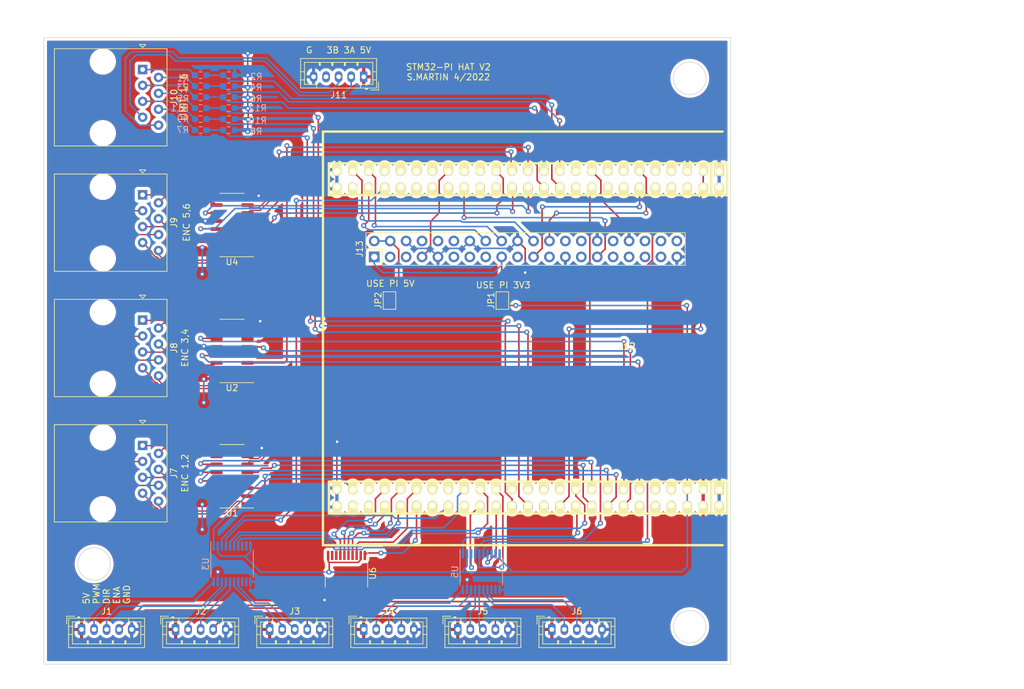
<source format=kicad_pcb>
(kicad_pcb (version 20211014) (generator pcbnew)
  (layers (0 "F.Cu" signal) (31 "B.Cu" signal) (34 "B.Paste" user) (35 "F.Paste" user) (36 "B.SilkS" user "B.Silkscreen") (37 "F.SilkS" user "F.Silkscreen") (38 "B.Mask" user) (39 "F.Mask" user) (44 "Edge.Cuts" user))
  (net 0 "")
  (net 1 "/5V")
  (net 2 "/PWM_J1_5V")
  (net 3 "/DIR_J1_5V")
  (net 4 "/ENA_5V")
  (net 5 "GND")
  (net 6 "/PWM_J2_5V")
  (net 7 "/DIR_J2_5V")
  (net 8 "/PWM_J3_5V")
  (net 9 "/DIR_J3_5V")
  (net 10 "/PWM_J4_5V")
  (net 11 "/DIR_J4_5V")
  (net 12 "/PWM_J5_5V")
  (net 13 "/DIR_J5_5V")
  (net 14 "/PWM_J6_5V")
  (net 15 "/DIR_J6_5V")
  (net 16 "/ENC_J2B-")
  (net 17 "/ENC_J2B+")
  (net 18 "/ENC_J2A-")
  (net 19 "/ENC_J2A+")
  (net 20 "/ENC_J1B-")
  (net 21 "/ENC_J1B+")
  (net 22 "/ENC_J1A-")
  (net 23 "/ENC_J1A+")
  (net 24 "/ENC_J4B-")
  (net 25 "/ENC_J4B+")
  (net 26 "/ENC_J4A-")
  (net 27 "/ENC_J4A+")
  (net 28 "/ENC_J3B-")
  (net 29 "/ENC_J3B+")
  (net 30 "/ENC_J3A-")
  (net 31 "/ENC_J3A+")
  (net 32 "/ENC_J6B-")
  (net 33 "/ENC_J6B+")
  (net 34 "/ENC_J6A-")
  (net 35 "/ENC_J6A+")
  (net 36 "/ENC_J5B-")
  (net 37 "/ENC_J5B+")
  (net 38 "/ENC_J5A-")
  (net 39 "/ENC_J5A+")
  (net 40 "/RJ3B")
  (net 41 "/RJ3A")
  (net 42 "/LIM_J6_V")
  (net 43 "/LIM_J5_V")
  (net 44 "/LIM_J4_V")
  (net 45 "/LIM_J3_V")
  (net 46 "/LIM_J2_V")
  (net 47 "/LIM_J1_V")
  (net 49 "/PWM_J1")
  (net 53 "/DIR_J2")
  (net 54 "/DIR_J3")
  (net 55 "/DIR_J5")
  (net 57 "/LIM_J5")
  (net 60 "/PWM_J3")
  (net 61 "/ENC_J1A")
  (net 62 "/ENC_J2A")
  (net 63 "/ENC_J3A")
  (net 64 "/ENC_J4A")
  (net 67 "/3V3")
  (net 71 "/ENC_J3B")
  (net 72 "/ENC_J2B")
  (net 73 "/ENC_J1B")
  (net 74 "/PWM_J4")
  (net 75 "/VDD")
  (net 77 "/LIM_J6")
  (net 78 "/LIM_J4")
  (net 79 "/DIR_J6")
  (net 80 "/DIR_J4")
  (net 82 "/DIR_J1")
  (net 87 "/LED_R")
  (net 88 "/PWM_J2")
  (net 93 "/UART4_STM_RX")
  (net 96 "/ENC_J6A")
  (net 97 "/ENC_J5A")
  (net 98 "/LIM_J3")
  (net 99 "/LIM_J1")
  (net 101 "/PWM_J5")
  (net 104 "/UART4_STM_TX")
  (net 110 "/USART3_STM_TX")
  (net 113 "/PWM_J6")
  (net 115 "/LIM_J2")
  (net 116 "/ENC_J4B")
  (net 117 "/ENC_J5B")
  (net 118 "/ENC_J6B")
  (net 121 "/USART3_STM_RX")
  (net 126 "/LED_Y")
  (net 127 "/LED_B")
  (net 128 "/PI_3V3")
  (net 150 "/PI_5V")
  (net 154 "/ENA")
  (net 161 "/EN_J1")
  (net 162 "/EN_J2")
  (net 163 "/EN_J3")
  (net 164 "/EN_J4")
  (net 165 "/EN_J5")
  (net 166 "/EN_J6")
  (net 171 "/EN_J6_5V")
  (net 172 "/EN_J5_5V")
  (net 173 "/EN_J4_5V")
  (net 174 "/EN_J3_5V")
  (net 175 "/EN_J2_5V")
  (net 176 "/EN_J1_5V")
  (footprint "Connector_JST:JST_PH_B5B-PH-K_1x05_P2.00mm_Vertical" (layer "F.Cu") (at 138 130.45)
    (fp_text reference "J4")
    (fp_text value "Conn_01x05")
  )
  (footprint "Connector_JST:JST_PH_B5B-PH-K_1x05_P2.00mm_Vertical" (layer "F.Cu") (at 138 42.25 180)
    (fp_text reference "J11")
    (fp_text value "Conn_01x05")
  )
  (footprint "Package_SO:TSSOP-20_4.4x6.5mm_P0.65mm" (layer "F.Cu") (at 135.25 121.5 -90)
    (fp_text reference "U6")
    (fp_text value "TXS0108EPW")
  )
  (footprint "Jumper:SolderJumper-2_P1.3mm_Open_Pad1.0x1.5mm" (layer "F.Cu") (at 142.1105 77.9645 90)
    (fp_text reference "JP2")
    (fp_text value "SolderJumper_2_Open")
  )
  (footprint "Connector_RJ:RJ45_Amphenol_54602-x08_Horizontal" (layer "F.Cu") (at 102.743 81.092 -90)
    (fp_text reference "J8")
    (fp_text value "RJ45")
  )
  (footprint "Connector_JST:JST_PH_B5B-PH-K_1x05_P2.00mm_Vertical" (layer "F.Cu") (at 93 130.45)
    (fp_text reference "J1")
    (fp_text value "Conn_01x05")
  )
  (footprint "Connector_JST:JST_PH_B5B-PH-K_1x05_P2.00mm_Vertical" (layer "F.Cu") (at 108 130.45)
    (fp_text reference "J2")
    (fp_text value "Conn_01x05")
  )
  (footprint "Connector_RJ:RJ45_Amphenol_54602-x08_Horizontal" (layer "F.Cu") (at 102.743 61.092 -90)
    (fp_text reference "J9")
    (fp_text value "RJ45")
  )
  (footprint "Connector_JST:JST_PH_B5B-PH-K_1x05_P2.00mm_Vertical" (layer "F.Cu") (at 123 130.45)
    (fp_text reference "J3")
    (fp_text value "Conn_01x05")
  )
  (footprint "Connector_JST:JST_PH_B5B-PH-K_1x05_P2.00mm_Vertical" (layer "F.Cu") (at 153 130.45)
    (fp_text reference "J5")
    (fp_text value "Conn_01x05")
  )
  (footprint "w_conn_misc:stm32f4_discovery_header" (layer "F.Cu") (at 180 84)
    (fp_text reference "J12")
    (fp_text value "STM32F4_Discovery_Header" hide)
  )
  (footprint "Connector_RJ:RJ45_Amphenol_54602-x08_Horizontal" (layer "F.Cu") (at 102.743 41.092 -90)
    (fp_text reference "J10")
    (fp_text value "RJ45")
  )
  (footprint "Jumper:SolderJumper-2_P1.3mm_Open_Pad1.0x1.5mm" (layer "F.Cu") (at 160.1105 77.9645 90)
    (fp_text reference "JP1")
    (fp_text value "SolderJumper_2_Open")
  )
  (footprint "Connector_JST:JST_PH_B5B-PH-K_1x05_P2.00mm_Vertical" (layer "F.Cu") (at 168 130.45)
    (fp_text reference "J6")
    (fp_text value "Conn_01x05")
  )
  (footprint "Connector_RJ:RJ45_Amphenol_54602-x08_Horizontal" (layer "F.Cu") (at 102.743 101.092 -90)
    (fp_text reference "J7")
    (fp_text value "RJ45")
  )
  (footprint "Package_SO:SOIC-16_3.9x9.9mm_P1.27mm" (layer "F.Cu") (at 117 65.913 180)
    (fp_text reference "U4")
    (fp_text value "AM26LV32xD")
  )
  (footprint "Connector_PinHeader_2.54mm:PinHeader_2x20_P2.54mm_Vertical" (layer "F.Cu") (at 139.68 71 90)
    (fp_text reference "J13")
    (fp_text value "Raspberry_Pi_2_3")
  )
  (footprint "Package_SO:SOIC-16_3.9x9.9mm_P1.27mm" (layer "F.Cu") (at 117 106 180)
    (fp_text reference "U1")
    (fp_text value "AM26LV32xD")
  )
  (footprint "Package_SO:SOIC-16_3.9x9.9mm_P1.27mm" (layer "F.Cu") (at 117 86 180)
    (fp_text reference "U2")
    (fp_text value "AM26LV32xD")
  )
  (footprint "Resistor_SMD:R_0603_1608Metric_Pad0.98x0.95mm_HandSolder" (layer "B.Cu") (at 112 43.75)
    (fp_text reference "R3")
    (fp_text value "R_US")
  )
  (footprint "Resistor_SMD:R_0603_1608Metric_Pad0.98x0.95mm_HandSolder" (layer "B.Cu") (at 112 42)
    (fp_text reference "R1")
    (fp_text value "R_US")
  )
  (footprint "Resistor_SMD:R_0603_1608Metric_Pad0.98x0.95mm_HandSolder" (layer "B.Cu") (at 112 50.75)
    (fp_text reference "R7")
    (fp_text value "R_US")
  )
  (footprint "Resistor_SMD:R_0603_1608Metric_Pad0.98x0.95mm_HandSolder" (layer "B.Cu") (at 116.5 50.75)
    (fp_text reference "R8")
    (fp_text value "R_US")
  )
  (footprint "Package_SO:TSSOP-20_4.4x6.5mm_P0.65mm" (layer "B.Cu") (at 117 120 -90)
    (fp_text reference "U3")
    (fp_text value "TXS0108EPW")
  )
  (footprint "Resistor_SMD:R_0603_1608Metric_Pad0.98x0.95mm_HandSolder" (layer "B.Cu") (at 116.5 42)
    (fp_text reference "R2")
    (fp_text value "R_US")
  )
  (footprint "Resistor_SMD:R_0603_1608Metric_Pad0.98x0.95mm_HandSolder" (layer "B.Cu") (at 116.5 43.75)
    (fp_text reference "R4")
    (fp_text value "R_US")
  )
  (footprint "Resistor_SMD:R_0603_1608Metric_Pad0.98x0.95mm_HandSolder" (layer "B.Cu") (at 116.5 47.25)
    (fp_text reference "R12")
    (fp_text value "R_US")
  )
  (footprint "Package_SO:TSSOP-20_4.4x6.5mm_P0.65mm" (layer "B.Cu") (at 156.75 121.25 -90)
    (fp_text reference "U5")
    (fp_text value "TXS0108EPW")
  )
  (footprint "Resistor_SMD:R_0603_1608Metric_Pad0.98x0.95mm_HandSolder" (layer "B.Cu") (at 116.5 45.5)
    (fp_text reference "R6")
    (fp_text value "R_US")
  )
  (footprint "Resistor_SMD:R_0603_1608Metric_Pad0.98x0.95mm_HandSolder" (layer "B.Cu") (at 112 49)
    (fp_text reference "R9")
    (fp_text value "R_US")
  )
  (footprint "Resistor_SMD:R_0603_1608Metric_Pad0.98x0.95mm_HandSolder" (layer "B.Cu") (at 112 45.5)
    (fp_text reference "R5")
    (fp_text value "R_US")
  )
  (footprint "Resistor_SMD:R_0603_1608Metric_Pad0.98x0.95mm_HandSolder" (layer "B.Cu") (at 112 47.25)
    (fp_text reference "R11")
    (fp_text value "R_US")
  )
  (footprint "Resistor_SMD:R_0603_1608Metric_Pad0.98x0.95mm_HandSolder" (layer "B.Cu") (at 116.5 49)
    (fp_text reference "R10")
    (fp_text value "R_US")
  )
  (gr_circle (center 190 130) (end 192.6 130) (layer "Edge.Cuts") (width 0.1) (fill none))
  (gr_rect (start 87 36) (end 196.5 136) (layer "Edge.Cuts") (width 0.1) (fill none))
  (gr_circle (center 190 42.5) (end 192.6 42.5) (layer "Edge.Cuts") (width 0.1) (fill none))
  (gr_circle (center 95 120) (end 97.6 120) (layer "Edge.Cuts") (width 0.1) (fill none))
  (gr_text "ENC 1,2" (at 109.5 105.5 90) (layer "F.SilkS") (effects (font (size 1 1))))
  (gr_text "G   3B 3A 5V" (at 134 38) (layer "F.SilkS") (effects (font (size 1 1))))
  (gr_text "5V\nPWM\nDIR\nENA\nGND" (at 97 126.5 90) (layer "F.SilkS") (effects (font (size 1 1)) (justify left)))
  (gr_text "STM32-PI HAT V2\nS.MARTIN 4/2022" (at 151.5 41.5) (layer "F.SilkS") (effects (font (size 1 1))))
  (gr_text "USE PI 3V3" (at 160.25 75.5) (layer "F.SilkS") (effects (font (size 1 1))))
  (gr_text "ENC 5,6" (at 109.75 65.5 90) (layer "F.SilkS") (effects (font (size 1 1))))
  (gr_text "ENC 3,4" (at 109.5 85.5 90) (layer "F.SilkS") (effects (font (size 1 1))))
  (gr_text "USE PI 5V" (at 142.25 75.25) (layer "F.SilkS") (effects (font (size 1 1))))
  (gr_text "LIMIT 1-6" (at 109.25 45.5 90) (layer "F.SilkS") (effects (font (size 1 1))))
  (segment (start 112.555 90.445) (end 112.5 90.5) (width 0.25) (layer "F.Cu") (net 1))
  (segment (start 137.525 122.475) (end 137.75 122.25) (width 0.25) (layer "F.Cu") (net 1))
  (segment (start 114.525 70.358) (end 113.108 70.358) (width 0.25) (layer "F.Cu") (net 1))
  (segment (start 113.108 70.358) (end 112.25 69.5) (width 0.25) (layer "F.Cu") (net 1))
  (segment (start 137.525 124.3625) (end 137.525 122.475) (width 0.25) (layer "F.Cu") (net 1))
  (segment (start 114.525 90.445) (end 112.555 90.445) (width 0.25) (layer "F.Cu") (net 1))
  (segment (start 112.305 110.445) (end 112.25 110.5) (width 0.25) (layer "F.Cu") (net 1))
  (segment (start 114.525 110.445) (end 112.305 110.445) (width 0.25) (layer "F.Cu") (net 1))
  (via (at 154.5 122.5) (size 0.8) (drill 0.4) (layers "F.Cu" "B.Cu") (net 1))
  (via (at 112.25 114.5) (size 0.8) (drill 0.4) (layers "F.Cu" "B.Cu") (net 1))
  (via (at 112.25 110.5) (size 0.8) (drill 0.4) (layers "F.Cu" "B.Cu") (net 1))
  (via (at 114.75 121.25) (size 0.8) (drill 0.4) (layers "F.Cu" "B.Cu") (net 1))
  (via (at 112.5 90.5) (size 0.8) (drill 0.4) (layers "F.Cu" "B.Cu") (net 1))
  (via (at 112.25 69.5) (size 0.8) (drill 0.4) (layers "F.Cu" "B.Cu") (net 1))
  (via (at 112.5 94.25) (size 0.8) (drill 0.4) (layers "F.Cu" "B.Cu") (net 1))
  (via (at 112.25 73.75) (size 0.8) (drill 0.4) (layers "F.Cu" "B.Cu") (net 1))
  (segment (start 114.725 122.8625) (end 114.725 121.275) (width 0.25) (layer "B.Cu") (net 1))
  (segment (start 114.725 121.275) (end 114.75 121.25) (width 0.25) (layer "B.Cu") (net 1))
  (segment (start 112.25 69.5) (end 112.25 73.75) (width 0.25) (layer "B.Cu") (net 1))
  (segment (start 112.5 90.5) (end 112.5 94.25) (width 0.25) (layer "B.Cu") (net 1))
  (segment (start 154.475 122.525) (end 154.5 122.5) (width 0.25) (layer "B.Cu") (net 1))
  (segment (start 154.475 124.1125) (end 154.475 122.525) (width 0.25) (layer "B.Cu") (net 1))
  (segment (start 112.25 110.5) (end 112.25 114.5) (width 0.25) (layer "B.Cu") (net 1))
  (segment (start 97.75 126) (end 95 128.75) (width 0.25) (layer "B.Cu") (net 2))
  (segment (start 114.075 122.8625) (end 110.9375 126) (width 0.25) (layer "B.Cu") (net 2))
  (segment (start 95 128.75) (end 95 130.45) (width 0.25) (layer "B.Cu") (net 2))
  (segment (start 110.9375 126) (end 97.75 126) (width 0.25) (layer "B.Cu") (net 2))
  (segment (start 99 126.75) (end 97 128.75) (width 0.25) (layer "B.Cu") (net 3))
  (segment (start 115.375 122.8625) (end 115.375 123.550361) (width 0.25) (layer "B.Cu") (net 3))
  (segment (start 97 128.75) (end 97 130.45) (width 0.25) (layer "B.Cu") (net 3))
  (segment (start 112.175361 126.75) (end 99 126.75) (width 0.25) (layer "B.Cu") (net 3))
  (segment (start 115.375 123.550361) (end 112.175361 126.75) (width 0.25) (layer "B.Cu") (net 3))
  (segment (start 119.512299 45.575034) (end 119.512313 45.57502) (width 0.25) (layer "F.Cu") (net 5))
  (segment (start 119.579449 47.554851) (end 119.579449 49.07502) (width 0.25) (layer "F.Cu") (net 5))
  (segment (start 162.54 68.46) (end 163.75 69.67) (width 0.25) (layer "F.Cu") (net 5))
  (segment (start 119.475 101.555) (end 121.695 101.555) (width 0.25) (layer "F.Cu") (net 5))
  (segment (start 132.325 125.175) (end 131.75 125.75) (width 0.25) (layer "F.Cu") (net 5))
  (segment (start 114.525 105.365) (end 112.135 105.365) (width 0.25) (layer "F.Cu") (net 5))
  (segment (start 121.695 101.555) (end 121.75 101.5) (width 0.25) (layer "F.Cu") (net 5))
  (segment (start 119.5 45.562707) (end 119.512313 45.57502) (width 0.25) (layer "F.Cu") (net 5))
  (segment (start 114.525 65.278) (end 112.778 65.278) (width 0.25) (layer "F.Cu") (net 5))
  (segment (start 132.325 124.3625) (end 132.325 125.175) (width 0.25) (layer "F.Cu") (net 5))
  (segment (start 119.475 81.555) (end 121.195 81.555) (width 0.25) (layer "F.Cu") (net 5))
  (segment (start 112.615 85.365) (end 112.5 85.25) (width 0.25) (layer "F.Cu") (net 5))
  (segment (start 119.5 42) (end 119.5 38.5) (width 0.25) (layer "F.Cu") (net 5))
  (segment (start 133.72 108.13) (end 133.72 100.53) (width 0.25) (layer "F.Cu") (net 5))
  (segment (start 119.5 43.97598) (end 119.5 45.562707) (width 0.25) (layer "F.Cu") (net 5))
  (segment (start 119.512299 47.32502) (end 119.512299 47.487701) (width 0.25) (layer "F.Cu") (net 5))
  (segment (start 112.135 105.365) (end 112 105.5) (width 0.25) (layer "F.Cu") (net 5))
  (segment (start 119.512299 47.487701) (end 119.579449 47.554851) (width 0.25) (layer "F.Cu") (net 5))
  (segment (start 121.032 61.468) (end 121.25 61.25) (width 0.25) (layer "F.Cu") (net 5))
  (segment (start 114.525 85.365) (end 112.615 85.365) (width 0.25) (layer "F.Cu") (net 5))
  (segment (start 119.579449 49.07502) (end 119.5 49.154469) (width 0.25) (layer "F.Cu") (net 5))
  (segment (start 119.5 49.154469) (end 119.5 51.0255) (width 0.25) (layer "F.Cu") (net 5))
  (segment (start 112.778 65.278) (end 112.75 65.25) (width 0.25) (layer "F.Cu") (net 5))
  (segment (start 119.512299 47.32502) (end 119.512299 45.575034) (width 0.25) (layer "F.Cu") (net 5))
  (segment (start 163.75 69.67) (end 163.75 73.5) (width 0.25) (layer "F.Cu") (net 5))
  (segment (start 119.5 42) (end 119.5 43.97598) (width 0.25) (layer "F.Cu") (net 5))
  (segment (start 119.475 61.468) (end 121.032 61.468) (width 0.25) (layer "F.Cu") (net 5))
  (segment (start 133.72 100.53) (end 133.75 100.5) (width 0.25) (layer "F.Cu") (net 5))
  (segment (start 121.195 81.555) (end 121.5 81.25) (width 0.25) (layer "F.Cu") (net 5))
  (via (at 119.5 43.97598) (size 0.8) (drill 0.4) (layers "F.Cu" "B.Cu") (net 5))
  (via (at 163.75 73.5) (size 0.8) (drill 0.4) (layers "F.Cu" "B.Cu") (net 5))
  (via (at 112 105.5) (size 0.8) (drill 0.4) (layers "F.Cu" "B.Cu") (net 5))
  (via (at 119.5 51.0255) (size 0.8) (drill 0.4) (layers "F.Cu" "B.Cu") (net 5))
  (via (at 121.25 61.25) (size 0.8) (drill 0.4) (layers "F.Cu" "B.Cu") (net 5))
  (via (at 121.75 101.5) (size 0.8) (drill 0.4) (layers "F.Cu" "B.Cu") (net 5))
  (via (at 119.5 38.5) (size 0.8) (drill 0.4) (layers "F.Cu" "B.Cu") (net 5))
  (via (at 131.75 125.75) (size 0.8) (drill 0.4) (layers "F.Cu" "B.Cu") (net 5))
  (via (at 119.5 42) (size 0.8) (drill 0.4) (layers "F.Cu" "B.Cu") (net 5))
  (via (at 119.579449 49.07502) (size 0.8) (drill 0.4) (layers "F.Cu" "B.Cu") (net 5))
  (via (at 133.75 100.5) (size 0.8) (drill 0.4) (layers "F.Cu" "B.Cu") (net 5))
  (via (at 112.75 65.25) (size 0.8) (drill 0.4) (layers "F.Cu" "B.Cu") (net 5))
  (via (at 119.512313 45.57502) (size 0.8) (drill 0.4) (layers "F.Cu" "B.Cu") (net 5))
  (via (at 121.5 81.25) (size 0.8) (drill 0.4) (layers "F.Cu" "B.Cu") (net 5))
  (via (at 119.512299 47.32502) (size 0.8) (drill 0.4) (layers "F.Cu" "B.Cu") (net 5))
  (via (at 112.5 85.25) (size 0.8) (drill 0.4) (layers "F.Cu" "B.Cu") (net 5))
  (segment (start 119.469293 45.532) (end 119.512313 45.57502) (width 0.25) (layer "B.Cu") (net 5))
  (segment (start 151.205489 69.634511) (end 149.84 71) (width 0.25) (layer "B.Cu") (net 5))
  (segment (start 117.825 42) (end 119.5 42) (width 0.25) (layer "B.Cu") (net 5))
  (segment (start 117.825 49.064) (end 119.568429 49.064) (width 0.25) (layer "B.Cu") (net 5))
  (segment (start 117.825 43.766) (end 119.29002 43.766) (width 0.25) (layer "B.Cu") (net 5))
  (segment (start 119.29002 43.766) (end 119.5 43.97598) (width 0.25) (layer "B.Cu") (net 5))
  (segment (start 154.92 68.46) (end 153.745489 69.634511) (width 0.25) (layer "B.Cu") (net 5))
  (segment (start 117.825 45.532) (end 119.469293 45.532) (width 0.25) (layer "B.Cu") (net 5))
  (segment (start 148.474511 69.634511) (end 149.84 71) (width 0.25) (layer "B.Cu") (net 5))
  (segment (start 144.76 68.46) (end 145.8 69.5) (width 0.25) (layer "B.Cu") (net 5))
  (segment (start 156.094511 69.634511) (end 161.365489 69.634511) (width 0.25) (layer "B.Cu") (net 5))
  (segment (start 117.825 47.25) (end 119.437279 47.25) (width 0.25) (layer "B.Cu") (net 5))
  (segment (start 153.745489 69.634511) (end 151.205489 69.634511) (width 0.25) (layer "B.Cu") (net 5))
  (segment (start 146 69.5) (end 146.134511 69.634511) (width 0.25) (layer "B.Cu") (net 5))
  (segment (start 119.568429 49.064) (end 119.579449 49.07502) (width 0.25) (layer "B.Cu") (net 5))
  (segment (start 119.2425 50.768) (end 119.5 51.0255) (width 0.25) (layer "B.Cu") (net 5))
  (segment (start 119.437279 47.25) (end 119.512299 47.32502) (width 0.25) (layer "B.Cu") (net 5))
  (segment (start 117.792 50.768) (end 119.2425 50.768) (width 0.25) (layer "B.Cu") (net 5))
  (segment (start 146.134511 69.634511) (end 148.474511 69.634511) (width 0.25) (layer "B.Cu") (net 5))
  (segment (start 154.92 68.46) (end 156.094511 69.634511) (width 0.25) (layer "B.Cu") (net 5))
  (segment (start 145.8 69.5) (end 146 69.5) (width 0.25) (layer "B.Cu") (net 5))
  (segment (start 161.365489 69.634511) (end 162.54 68.46) (width 0.25) (layer "B.Cu") (net 5))
  (segment (start 110 129.575361) (end 110 130.45) (width 0.25) (layer "B.Cu") (net 6))
  (segment (start 116.025 122.8625) (end 116.025 123.550361) (width 0.25) (layer "B.Cu") (net 6))
  (segment (start 116.025 123.550361) (end 110 129.575361) (width 0.25) (layer "B.Cu") (net 6))
  (segment (start 112 128.75) (end 112 130.45) (width 0.25) (layer "B.Cu") (net 7))
  (segment (start 116.675 122.8625) (end 116.675 124.075) (width 0.25) (layer "B.Cu") (net 7))
  (segment (start 116.675 124.075) (end 112 128.75) (width 0.25) (layer "B.Cu") (net 7))
  (segment (start 117.325 122.8625) (end 117.325 123.550361) (width 0.25) (layer "B.Cu") (net 8))
  (segment (start 117.325 123.550361) (end 120.524639 126.75) (width 0.25) (layer "B.Cu") (net 8))
  (segment (start 120.524639 126.75) (end 122 126.75) (width 0.25) (layer "B.Cu") (net 8))
  (segment (start 125 129.75) (end 125 130.45) (width 0.25) (layer "B.Cu") (net 8))
  (segment (start 122 126.75) (end 125 129.75) (width 0.25) (layer "B.Cu") (net 8))
  (segment (start 117.975 123.550361) (end 120.674639 126.25) (width 0.25) (layer "B.Cu") (net 9))
  (segment (start 122.8 126.25) (end 127 130.45) (width 0.25) (layer "B.Cu") (net 9))
  (segment (start 117.975 122.8625) (end 117.975 123.550361) (width 0.25) (layer "B.Cu") (net 9))
  (segment (start 120.674639 126.25) (end 122.8 126.25) (width 0.25) (layer "B.Cu") (net 9))
  (segment (start 151.6875 126.25) (end 143 126.25) (width 0.25) (layer "B.Cu") (net 10))
  (segment (start 143 126.25) (end 140 129.25) (width 0.25) (layer "B.Cu") (net 10))
  (segment (start 153.825 124.1125) (end 151.6875 126.25) (width 0.25) (layer "B.Cu") (net 10))
  (segment (start 140 129.25) (end 140 130.45) (width 0.25) (layer "B.Cu") (net 10))
  (segment (start 143.5 126.75) (end 142 128.25) (width 0.25) (layer "B.Cu") (net 11))
  (segment (start 142 128.25) (end 142 130.45) (width 0.25) (layer "B.Cu") (net 11))
  (segment (start 155.125 124.800361) (end 153.175361 126.75) (width 0.25) (layer "B.Cu") (net 11))
  (segment (start 155.125 124.1125) (end 155.125 124.800361) (width 0.25) (layer "B.Cu") (net 11))
  (segment (start 153.175361 126.75) (end 143.5 126.75) (width 0.25) (layer "B.Cu") (net 11))
  (segment (start 155 127.75) (end 155 130.45) (width 0.25) (layer "B.Cu") (net 12))
  (segment (start 155.775 126.975) (end 155 127.75) (width 0.25) (layer "B.Cu") (net 12))
  (segment (start 155.775 124.1125) (end 155.775 126.975) (width 0.25) (layer "B.Cu") (net 12))
  (segment (start 156.425 124.1125) (end 156.425 129.875) (width 0.25) (layer "B.Cu") (net 13))
  (segment (start 156.425 129.875) (end 157 130.45) (width 0.25) (layer "B.Cu") (net 13))
  (segment (start 168 126.5) (end 170 128.5) (width 0.25) (layer "B.Cu") (net 14))
  (segment (start 157.075 124.800361) (end 158.774639 126.5) (width 0.25) (layer "B.Cu") (net 14))
  (segment (start 157.075 124.1125) (end 157.075 124.800361) (width 0.25) (layer "B.Cu") (net 14))
  (segment (start 158.774639 126.5) (end 168 126.5) (width 0.25) (layer "B.Cu") (net 14))
  (segment (start 170 128.5) (end 170 130.45) (width 0.25) (layer "B.Cu") (net 14))
  (segment (start 172 128) (end 172 130.45) (width 0.25) (layer "B.Cu") (net 15))
  (segment (start 157.725 124.800361) (end 158.674639 125.75) (width 0.25) (layer "B.Cu") (net 15))
  (segment (start 157.725 124.1125) (end 157.725 124.800361) (width 0.25) (layer "B.Cu") (net 15))
  (segment (start 169.75 125.75) (end 172 128) (width 0.25) (layer "B.Cu") (net 15))
  (segment (start 158.674639 125.75) (end 169.75 125.75) (width 0.25) (layer "B.Cu") (net 15))
  (segment (start 118.945 110.445) (end 118.5 110) (width 0.2) (layer "F.Cu") (net 16))
  (segment (start 102.702801 108.740001) (end 104.19329 110.23049) (width 0.2) (layer "F.Cu") (net 16))
  (segment (start 104.19329 110.444724) (end 104.808078 111.059512) (width 0.2) (layer "F.Cu") (net 16))
  (segment (start 119.475 110.445) (end 118.945 110.445) (width 0.2) (layer "F.Cu") (net 16))
  (segment (start 115.803001 112.003001) (end 117.778001 110.028001) (width 0.2) (layer "F.Cu") (net 16))
  (segment (start 104.19329 110.23049) (end 104.19329 110.444724) (width 0.2) (layer "F.Cu") (net 16))
  (segment (start 104.808078 111.059512) (end 105.022312 111.059512) (width 0.2) (layer "F.Cu") (net 16))
  (segment (start 105.965801 112.003001) (end 115.803001 112.003001) (width 0.2) (layer "F.Cu") (net 16))
  (segment (start 117.806002 110) (end 117.778001 110.028001) (width 0.2) (layer "F.Cu") (net 16))
  (segment (start 105.022312 111.059512) (end 105.965801 112.003001) (width 0.2) (layer "F.Cu") (net 16))
  (segment (start 118.5 110) (end 117.806002 110) (width 0.2) (layer "F.Cu") (net 16))
  (segment (start 105.242801 110.010001) (end 105.242801 110.643604) (width 0.2) (layer "F.Cu") (net 17))
  (segment (start 118.053601 109.116001) (end 119.434801 109.116001) (width 0.2) (layer "F.Cu") (net 17))
  (segment (start 115.616601 111.553001) (end 118.053601 109.116001) (width 0.2) (layer "F.Cu") (net 17))
  (segment (start 106.152198 111.553001) (end 115.616601 111.553001) (width 0.2) (layer "F.Cu") (net 17))
  (segment (start 105.242801 110.643604) (end 106.152198 111.553001) (width 0.2) (layer "F.Cu") (net 17))
  (segment (start 111.319602 108.706002) (end 114.074802 108.706002) (width 0.2) (layer "F.Cu") (net 18))
  (segment (start 108.813601 106.200001) (end 111.319602 108.706002) (width 0.2) (layer "F.Cu") (net 18))
  (segment (start 102.702801 106.200001) (end 108.813601 106.200001) (width 0.2) (layer "F.Cu") (net 18))
  (segment (start 114.074802 108.706002) (end 114.484801 109.116001) (width 0.2) (layer "F.Cu") (net 18))
  (segment (start 105.242801 104.930001) (end 106.0628 105.75) (width 0.2) (layer "F.Cu") (net 19))
  (segment (start 106.0628 105.75) (end 109 105.75) (width 0.2) (layer "F.Cu") (net 19))
  (segment (start 114.074802 108.256) (end 114.484801 107.846001) (width 0.2) (layer "F.Cu") (net 19))
  (segment (start 109 105.75) (end 111.506 108.256) (width 0.2) (layer "F.Cu") (net 19))
  (segment (start 111.506 108.256) (end 114.074802 108.256) (width 0.2) (layer "F.Cu") (net 19))
  (segment (start 120.866601 98.253001) (end 102.053001 98.253001) (width 0.2) (layer "F.Cu") (net 20))
  (segment (start 100.709801 101.053001) (end 100.709801 103.028001) (width 0.2) (layer "F.Cu") (net 20))
  (segment (start 100.709801 103.028001) (end 101.341801 103.660001) (width 0.2) (layer "F.Cu") (net 20))
  (segment (start 121.243602 103.176) (end 122.734801 101.684801) (width 0.2) (layer "F.Cu") (net 20))
  (segment (start 101.341801 103.660001) (end 102.702801 103.660001) (width 0.2) (layer "F.Cu") (net 20))
  (segment (start 119.434801 102.766001) (end 119.8448 103.176) (width 0.2) (layer "F.Cu") (net 20))
  (segment (start 100.684801 101.028001) (end 100.709801 101.053001) (width 0.2) (layer "F.Cu") (net 20))
  (segment (start 122.734801 100.121201) (end 120.866601 98.253001) (width 0.2) (layer "F.Cu") (net 20))
  (segment (start 102.053001 98.253001) (end 100.684801 99.621201) (width 0.2) (layer "F.Cu") (net 20))
  (segment (start 100.684801 99.621201) (end 100.684801 101.028001) (width 0.2) (layer "F.Cu") (net 20))
  (segment (start 122.734801 101.684801) (end 122.734801 100.121201) (width 0.2) (layer "F.Cu") (net 20))
  (segment (start 119.8448 103.176) (end 121.243602 103.176) (width 0.2) (layer "F.Cu") (net 20))
  (segment (start 121.43 103.626002) (end 123.184801 101.871201) (width 0.2) (layer "F.Cu") (net 21))
  (segment (start 100.234801 99.434801) (end 100.234801 105.803001) (width 0.2) (layer "F.Cu") (net 21))
  (segment (start 121.053001 97.803001) (end 101.866601 97.803001) (width 0.2) (layer "F.Cu") (net 21))
  (segment (start 101.901801 107.470001) (end 105.242801 107.470001) (width 0.2) (layer "F.Cu") (net 21))
  (segment (start 100.234801 105.803001) (end 101.901801 107.470001) (width 0.2) (layer "F.Cu") (net 21))
  (segment (start 101.866601 97.803001) (end 100.234801 99.434801) (width 0.2) (layer "F.Cu") (net 21))
  (segment (start 123.184801 101.871201) (end 123.184801 99.934801) (width 0.2) (layer "F.Cu") (net 21))
  (segment (start 119.8448 103.626002) (end 121.43 103.626002) (width 0.2) (layer "F.Cu") (net 21))
  (segment (start 119.434801 104.036001) (end 119.8448 103.626002) (width 0.2) (layer "F.Cu") (net 21))
  (segment (start 123.184801 99.934801) (end 121.053001 97.803001) (width 0.2) (layer "F.Cu") (net 21))
  (segment (start 107.406001 101.906001) (end 107.243901 101.743901) (width 0.2) (layer "F.Cu") (net 22))
  (segment (start 114.484801 101.496001) (end 114.074802 101.906) (width 0.2) (layer "F.Cu") (net 22))
  (segment (start 106.620001 101.120001) (end 107.243901 101.743901) (width 0.2) (layer "F.Cu") (net 22))
  (segment (start 114.074802 101.906) (end 107.406001 101.906001) (width 0.2) (layer "F.Cu") (net 22))
  (segment (start 102.702801 101.120001) (end 106.620001 101.120001) (width 0.2) (layer "F.Cu") (net 22))
  (segment (start 106.0628 101.570002) (end 106.433602 101.570002) (width 0.2) (layer "F.Cu") (net 23))
  (segment (start 107.219601 102.356001) (end 107.050701 102.187101) (width 0.2) (layer "F.Cu") (net 23))
  (segment (start 114.074802 102.356002) (end 107.219601 102.356001) (width 0.2) (layer "F.Cu") (net 23))
  (segment (start 114.484801 102.766001) (end 114.074802 102.356002) (width 0.2) (layer "F.Cu") (net 23))
  (segment (start 105.242801 102.390001) (end 106.0628 101.570002) (width 0.2) (layer "F.Cu") (net 23))
  (segment (start 106.433602 101.570002) (end 107.050701 102.187101) (width 0.2) (layer "F.Cu") (net 23))
  (segment (start 105.022312 91.059512) (end 105.965801 92.003001) (width 0.2) (layer "F.Cu") (net 24))
  (segment (start 104.19329 90.444724) (end 104.808078 91.059512) (width 0.2) (layer "F.Cu") (net 24))
  (segment (start 105.965801 92.003001) (end 115.803001 92.003001) (width 0.2) (layer "F.Cu") (net 24))
  (segment (start 115.803001 92.003001) (end 117.278001 90.528001) (width 0.2) (layer "F.Cu") (net 24))
  (segment (start 117.806002 90) (end 119.03 90) (width 0.2) (layer "F.Cu") (net 24))
  (segment (start 119.03 90) (end 119.475 90.445) (width 0.2) (layer "F.Cu") (net 24))
  (segment (start 102.702801 88.740001) (end 104.19329 90.23049) (width 0.2) (layer "F.Cu") (net 24))
  (segment (start 104.808078 91.059512) (end 105.022312 91.059512) (width 0.2) (layer "F.Cu") (net 24))
  (segment (start 104.19329 90.23049) (end 104.19329 90.444724) (width 0.2) (layer "F.Cu") (net 24))
  (segment (start 117.278001 90.528001) (end 117.806002 90) (width 0.2) (layer "F.Cu") (net 24))
  (segment (start 105.242801 90.010001) (end 105.242801 90.643604) (width 0.2) (layer "F.Cu") (net 25))
  (segment (start 105.242801 90.643604) (end 106.152198 91.553001) (width 0.2) (layer "F.Cu") (net 25))
  (segment (start 106.152198 91.553001) (end 115.616601 91.553001) (width 0.2) (layer "F.Cu") (net 25))
  (segment (start 118.053601 89.116001) (end 119.434801 89.116001) (width 0.2) (layer "F.Cu") (net 25))
  (segment (start 115.616601 91.553001) (end 118.053601 89.116001) (width 0.2) (layer "F.Cu") (net 25))
  (segment (start 102.702801 86.200001) (end 108.813601 86.200001) (width 0.2) (layer "F.Cu") (net 26))
  (segment (start 108.813601 86.200001) (end 111.319602 88.706002) (width 0.2) (layer "F.Cu") (net 26))
  (segment (start 111.319602 88.706002) (end 114.074802 88.706002) (width 0.2) (layer "F.Cu") (net 26))
  (segment (start 114.074802 88.706002) (end 114.484801 89.116001) (width 0.2) (layer "F.Cu") (net 26))
  (segment (start 109 85.75) (end 111.506 88.256) (width 0.2) (layer "F.Cu") (net 27))
  (segment (start 105.242801 84.930001) (end 106.0628 85.75) (width 0.2) (layer "F.Cu") (net 27))
  (segment (start 106.0628 85.75) (end 109 85.75) (width 0.2) (layer "F.Cu") (net 27))
  (segment (start 114.074802 88.256) (end 114.484801 87.846001) (width 0.2) (layer "F.Cu") (net 27))
  (segment (start 111.506 88.256) (end 114.074802 88.256) (width 0.2) (layer "F.Cu") (net 27))
  (segment (start 121.243602 83.176) (end 122.734801 81.684801) (width 0.2) (layer "F.Cu") (net 28))
  (segment (start 100.684801 79.621201) (end 100.684801 81.028001) (width 0.2) (layer "F.Cu") (net 28))
  (segment (start 100.709801 83.028001) (end 101.341801 83.660001) (width 0.2) (layer "F.Cu") (net 28))
  (segment (start 101.341801 83.660001) (end 102.702801 83.660001) (width 0.2) (layer "F.Cu") (net 28))
  (segment (start 102.053001 78.253001) (end 100.684801 79.621201) (width 0.2) (layer "F.Cu") (net 28))
  (segment (start 122.734801 81.684801) (end 122.734801 80.121201) (width 0.2) (layer "F.Cu") (net 28))
  (segment (start 119.8448 83.176) (end 121.243602 83.176) (width 0.2) (layer "F.Cu") (net 28))
  (segment (start 122.734801 80.121201) (end 120.866601 78.253001) (width 0.2) (layer "F.Cu") (net 28))
  (segment (start 120.866601 78.253001) (end 102.053001 78.253001) (width 0.2) (layer "F.Cu") (net 28))
  (segment (start 100.709801 81.053001) (end 100.709801 83.028001) (width 0.2) (layer "F.Cu") (net 28))
  (segment (start 100.684801 81.028001) (end 100.709801 81.053001) (width 0.2) (layer "F.Cu") (net 28))
  (segment (start 119.434801 82.766001) (end 119.8448 83.176) (width 0.2) (layer "F.Cu") (net 28))
  (segment (start 121.43 83.626002) (end 123.184801 81.871201) (width 0.2) (layer "F.Cu") (net 29))
  (segment (start 123.184801 79.934801) (end 121.053001 77.803001) (width 0.2) (layer "F.Cu") (net 29))
  (segment (start 119.8448 83.626002) (end 121.43 83.626002) (width 0.2) (layer "F.Cu") (net 29))
  (segment (start 119.434801 84.036001) (end 119.8448 83.626002) (width 0.2) (layer "F.Cu") (net 29))
  (segment (start 123.184801 81.871201) (end 123.184801 79.934801) (width 0.2) (layer "F.Cu") (net 29))
  (segment (start 101.901801 87.470001) (end 105.242801 87.470001) (width 0.2) (layer "F.Cu") (net 29))
  (segment (start 101.866601 77.803001) (end 100.234801 79.434801) (width 0.2) (layer "F.Cu") (net 29))
  (segment (start 121.053001 77.803001) (end 101.866601 77.803001) (width 0.2) (layer "F.Cu") (net 29))
  (segment (start 100.234801 79.434801) (end 100.234801 85.803001) (width 0.2) (layer "F.Cu") (net 29))
  (segment (start 100.234801 85.803001) (end 101.901801 87.470001) (width 0.2) (layer "F.Cu") (net 29))
  (segment (start 114.074802 81.906) (end 107.406001 81.906001) (width 0.2) (layer "F.Cu") (net 30))
  (segment (start 106.620001 81.120001) (end 107.243901 81.743901) (width 0.2) (layer "F.Cu") (net 30))
  (segment (start 102.702801 81.120001) (end 106.620001 81.120001) (width 0.2) (layer "F.Cu") (net 30))
  (segment (start 114.484801 81.496001) (end 114.074802 81.906) (width 0.2) (layer "F.Cu") (net 30))
  (segment (start 107.406001 81.906001) (end 107.243901 81.743901) (width 0.2) (layer "F.Cu") (net 30))
  (segment (start 106.433602 81.570002) (end 107.050701 82.187101) (width 0.2) (layer "F.Cu") (net 31))
  (segment (start 114.074802 82.356002) (end 107.219601 82.356001) (width 0.2) (layer "F.Cu") (net 31))
  (segment (start 106.0628 81.570002) (end 106.433602 81.570002) (width 0.2) (layer "F.Cu") (net 31))
  (segment (start 105.242801 82.390001) (end 106.0628 81.570002) (width 0.2) (layer "F.Cu") (net 31))
  (segment (start 107.219601 82.356001) (end 107.050701 82.187101) (width 0.2) (layer "F.Cu") (net 31))
  (segment (start 114.484801 82.766001) (end 114.074802 82.356002) (width 0.2) (layer "F.Cu") (net 31))
  (segment (start 104.233489 70.202489) (end 104.233489 70.416723) (width 0.2) (layer "F.Cu") (net 32))
  (segment (start 118.867 69.75) (end 119.475 70.358) (width 0.2) (layer "F.Cu") (net 32))
  (segment (start 118.0682 69.75) (end 118.867 69.75) (width 0.2) (layer "F.Cu") (net 32))
  (segment (start 106.006 71.975) (end 115.8432 71.975) (width 0.2) (layer "F.Cu") (net 32))
  (segment (start 102.743 68.712) (end 104.233489 70.202489) (width 0.2) (layer "F.Cu") (net 32))
  (segment (start 115.8432 71.975) (end 118.0682 69.75) (width 0.2) (layer "F.Cu") (net 32))
  (segment (start 104.848277 71.031511) (end 105.062511 71.031511) (width 0.2) (layer "F.Cu") (net 32))
  (segment (start 104.233489 70.416723) (end 104.848277 71.031511) (width 0.2) (layer "F.Cu") (net 32))
  (segment (start 105.062511 71.031511) (end 106.006 71.975) (width 0.2) (layer "F.Cu") (net 32))
  (segment (start 106.192397 71.525) (end 115.6568 71.525) (width 0.2) (layer "F.Cu") (net 33))
  (segment (start 118.0938 69.088) (end 119.475 69.088) (width 0.2) (layer "F.Cu") (net 33))
  (segment (start 115.6568 71.525) (end 118.0938 69.088) (width 0.2) (layer "F.Cu") (net 33))
  (segment (start 105.283 70.615603) (end 106.192397 71.525) (width 0.2) (layer "F.Cu") (net 33))
  (segment (start 105.283 69.982) (end 105.283 70.615603) (width 0.2) (layer "F.Cu") (net 33))
  (segment (start 108.8538 66.172) (end 111.359801 68.678001) (width 0.2) (layer "F.Cu") (net 34))
  (segment (start 114.115001 68.678001) (end 114.525 69.088) (width 0.2) (layer "F.Cu") (net 34))
  (segment (start 102.743 66.172) (end 108.8538 66.172) (width 0.2) (layer "F.Cu") (net 34))
  (segment (start 111.359801 68.678001) (end 114.115001 68.678001) (width 0.2) (layer "F.Cu") (net 34))
  (segment (start 105.283 64.902) (end 106.102999 65.721999) (width 0.2) (layer "F.Cu") (net 35))
  (segment (start 109.040199 65.721999) (end 111.546199 68.227999) (width 0.2) (layer "F.Cu") (net 35))
  (segment (start 106.102999 65.721999) (end 109.040199 65.721999) (width 0.2) (layer "F.Cu") (net 35))
  (segment (start 111.546199 68.227999) (end 114.115001 68.227999) (width 0.2) (layer "F.Cu") (net 35))
  (segment (start 114.115001 68.227999) (end 114.525 67.818) (width 0.2) (layer "F.Cu") (net 35))
  (segment (start 122.775 60.0932) (end 120.9068 58.225) (width 0.2) (layer "F.Cu") (net 36))
  (segment (start 100.725 59.5932) (end 100.725 61) (width 0.2) (layer "F.Cu") (net 36))
  (segment (start 119.884999 63.147999) (end 121.283801 63.147999) (width 0.2) (layer "F.Cu") (net 36))
  (segment (start 100.75 61.025) (end 100.75 63) (width 0.2) (layer "F.Cu") (net 36))
  (segment (start 100.75 63) (end 101.382 63.632) (width 0.2) (layer "F.Cu") (net 36))
  (segment (start 100.725 61) (end 100.75 61.025) (width 0.2) (layer "F.Cu") (net 36))
  (segment (start 121.283801 63.147999) (end 122.775 61.6568) (width 0.2) (layer "F.Cu") (net 36))
  (segment (start 102.0932 58.225) (end 100.725 59.5932) (width 0.2) (layer "F.Cu") (net 36))
  (segment (start 120.9068 58.225) (end 102.0932 58.225) (width 0.2) (layer "F.Cu") (net 36))
  (segment (start 122.775 61.6568) (end 122.775 60.0932) (width 0.2) (layer "F.Cu") (net 36))
  (segment (start 101.382 63.632) (end 102.743 63.632) (width 0.2) (layer "F.Cu") (net 36))
  (segment (start 119.475 62.738) (end 119.884999 63.147999) (width 0.2) (layer "F.Cu") (net 36))
  (segment (start 101.942 67.442) (end 105.283 67.442) (width 0.2) (layer "F.Cu") (net 37))
  (segment (start 100.275 59.4068) (end 100.275 65.775) (width 0.2) (layer "F.Cu") (net 37))
  (segment (start 121.0932 57.775) (end 101.9068 57.775) (width 0.2) (layer "F.Cu") (net 37))
  (segment (start 100.275 65.775) (end 101.942 67.442) (width 0.2) (layer "F.Cu") (net 37))
  (segment (start 119.884999 63.598001) (end 121.470199 63.598001) (width 0.2) (layer "F.Cu") (net 37))
  (segment (start 119.475 64.008) (end 119.884999 63.598001) (width 0.2) (layer "F.Cu") (net 37))
  (segment (start 101.9068 57.775) (end 100.275 59.4068) (width 0.2) (layer "F.Cu") (net 37))
  (segment (start 121.470199 63.598001) (end 123.225 61.8432) (width 0.2) (layer "F.Cu") (net 37))
  (segment (start 123.225 59.9068) (end 121.0932 57.775) (width 0.2) (layer "F.Cu") (net 37))
  (segment (start 123.225 61.8432) (end 123.225 59.9068) (width 0.2) (layer "F.Cu") (net 37))
  (segment (start 106.6602 61.092) (end 107.2841 61.7159) (width 0.2) (layer "F.Cu") (net 38))
  (segment (start 114.115001 61.877999) (end 107.4462 61.878) (width 0.2) (layer "F.Cu") (net 38))
  (segment (start 107.4462 61.878) (end 107.2841 61.7159) (width 0.2) (layer "F.Cu") (net 38))
  (segment (start 114.525 61.468) (end 114.115001 61.877999) (width 0.2) (layer "F.Cu") (net 38))
  (segment (start 102.743 61.092) (end 106.6602 61.092) (width 0.2) (layer "F.Cu") (net 38))
  (segment (start 107.2598 62.328) (end 107.0909 62.1591) (width 0.2) (layer "F.Cu") (net 39))
  (segment (start 114.525 62.738) (end 114.115001 62.328001) (width 0.2) (layer "F.Cu") (net 39))
  (segment (start 114.115001 62.328001) (end 107.2598 62.328) (width 0.2) (layer "F.Cu") (net 39))
  (segment (start 106.102999 61.542001) (end 106.473801 61.542001) (width 0.2) (layer "F.Cu") (net 39))
  (segment (start 105.283 62.362) (end 106.102999 61.542001) (width 0.2) (layer "F.Cu") (net 39))
  (segment (start 106.473801 61.542001) (end 107.0909 62.1591) (width 0.2) (layer "F.Cu") (net 39))
  (segment (start 107.5 38.25) (end 108.5 39.25) (width 0.25) (layer "B.Cu") (net 40))
  (segment (start 134 42.25) (end 134 43.25) (width 0.25) (layer "B.Cu") (net 40))
  (segment (start 100 39.25) (end 101 38.25) (width 0.25) (layer "B.Cu") (net 40))
  (segment (start 102.232 49.982) (end 100 47.75) (width 0.25) (layer "B.Cu") (net 40))
  (segment (start 128 44.75) (end 122.5 39.25) (width 0.25) (layer "B.Cu") (net 40))
  (segment (start 122.5 39.25) (end 108.5 39.25) (width 0.25) (layer "B.Cu") (net 40))
  (segment (start 100 47.75) (end 100 39.25) (width 0.25) (layer "B.Cu") (net 40))
  (segment (start 132.5 44.75) (end 128 44.75) (width 0.25) (layer "B.Cu") (net 40))
  (segment (start 134 43.25) (end 132.5 44.75) (width 0.25) (layer "B.Cu") (net 40))
  (segment (start 101 38.25) (end 107.5 38.25) (width 0.25) (layer "B.Cu") (net 40))
  (segment (start 105.283 49.982) (end 102.232 49.982) (width 0.25) (layer "B.Cu") (net 40))
  (segment (start 127.75 45.25) (end 134.5 45.25) (width 0.25) (layer "B.Cu") (net 41))
  (segment (start 100.75 46.719) (end 100.75 39.75) (width 0.25) (layer "B.Cu") (net 41))
  (segment (start 136 43.75) (end 136 42.25) (width 0.25) (layer "B.Cu") (net 41))
  (segment (start 101.75 38.75) (end 107 38.75) (width 0.25) (layer "B.Cu") (net 41))
  (segment (start 108 39.75) (end 122.25 39.75) (width 0.25) (layer "B.Cu") (net 41))
  (segment (start 102.743 48.712) (end 100.75 46.719) (width 0.25) (layer "B.Cu") (net 41))
  (segment (start 107 38.75) (end 108 39.75) (width 0.25) (layer "B.Cu") (net 41))
  (segment (start 100.75 39.75) (end 101.75 38.75) (width 0.25) (layer "B.Cu") (net 41))
  (segment (start 134.5 45.25) (end 136 43.75) (width 0.25) (layer "B.Cu") (net 41))
  (segment (start 122.25 39.75) (end 127.75 45.25) (width 0.25) (layer "B.Cu") (net 41))
  (segment (start 105.283 44.902) (end 108.7395 44.902) (width 0.25) (layer "B.Cu") (net 42))
  (segment (start 108.7395 44.902) (end 111.0875 47.25) (width 0.25) (layer "B.Cu") (net 42))
  (segment (start 108.2595 46.172) (end 111.0875 49) (width 0.25) (layer "B.Cu") (net 43))
  (segment (start 102.743 46.172) (end 108.2595 46.172) (width 0.25) (layer "B.Cu") (net 43))
  (segment (start 107.7795 47.442) (end 111.0875 50.75) (width 0.25) (layer "B.Cu") (net 44))
  (segment (start 105.283 47.442) (end 107.7795 47.442) (width 0.25) (layer "B.Cu") (net 44))
  (segment (start 102.743 43.632) (end 109.2195 43.632) (width 0.25) (layer "B.Cu") (net 45))
  (segment (start 109.2195 43.632) (end 111.0875 45.5) (width 0.25) (layer "B.Cu") (net 45))
  (segment (start 105.283 42.362) (end 109.6995 42.362) (width 0.25) (layer "B.Cu") (net 46))
  (segment (start 109.6995 42.362) (end 111.0875 43.75) (width 0.25) (layer "B.Cu") (net 46))
  (segment (start 110.1795 41.092) (end 111.0875 42) (width 0.25) (layer "B.Cu") (net 47))
  (segment (start 102.743 41.092) (end 110.1795 41.092) (width 0.25) (layer "B.Cu") (net 47))
  (segment (start 121.699901 106.724501) (end 122.550099 106.724501) (width 0.25) (layer "B.Cu") (net 49))
  (segment (start 114.075 117.1375) (end 114.075 114.349402) (width 0.25) (layer "B.Cu") (net 49))
  (segment (start 122.854111 106.420489) (end 134.550489 106.420489) (width 0.25) (layer "B.Cu") (net 49))
  (segment (start 134.550489 106.420489) (end 136.26 108.13) (width 0.25) (layer "B.Cu") (net 49))
  (segment (start 122.550099 106.724501) (end 122.854111 106.420489) (width 0.25) (layer "B.Cu") (net 49))
  (segment (start 114.075 114.349402) (end 121.699901 106.724501) (width 0.25) (layer "B.Cu") (net 49))
  (segment (start 141.679948 115.795452) (end 143.250899 114.224501) (width 0.25) (layer "B.Cu") (net 53))
  (segment (start 143.250899 114.224501) (end 150.775499 114.224501) (width 0.25) (layer "B.Cu") (net 53))
  (segment (start 132.949901 115.974501) (end 136.238207 115.974501) (width 0.25) (layer "B.Cu") (net 53))
  (segment (start 131.92491 114.94951) (end 132.949901 115.974501) (width 0.25) (layer "B.Cu") (net 53))
  (segment (start 116.675 117.1375) (end 116.675 116.449639) (width 0.25) (layer "B.Cu") (net 53))
  (segment (start 136.238207 115.974501) (end 136.417256 115.795452) (width 0.25) (layer "B.Cu") (net 53))
  (segment (start 118.175129 114.94951) (end 131.92491 114.94951) (width 0.25) (layer "B.Cu") (net 53))
  (segment (start 150.775499 114.224501) (end 152.96548 112.03452) (width 0.25) (layer "B.Cu") (net 53))
  (segment (start 152.96548 109.20452) (end 154.04 108.13) (width 0.25) (layer "B.Cu") (net 53))
  (segment (start 116.675 116.449639) (end 118.175129 114.94951) (width 0.25) (layer "B.Cu") (net 53))
  (segment (start 136.417256 115.795452) (end 141.679948 115.795452) (width 0.25) (layer "B.Cu") (net 53))
  (segment (start 152.96548 112.03452) (end 152.96548 109.20452) (width 0.25) (layer "B.Cu") (net 53))
  (segment (start 156.58 108.13) (end 157.75 109.3) (width 0.25) (layer "F.Cu") (net 54))
  (segment (start 157.75 109.3) (end 157.75 113.5255) (width 0.25) (layer "F.Cu") (net 54))
  (segment (start 157.75 113.5255) (end 156.25 115.0255) (width 0.25) (layer "F.Cu") (net 54))
  (via (at 156.25 115.0255) (size 0.8) (drill 0.4) (layers "F.Cu" "B.Cu") (net 54))
  (segment (start 143.511284 117.39902) (end 145.786783 115.123521) (width 0.25) (layer "B.Cu") (net 54))
  (segment (start 138.031235 117.399021) (end 143.511284 117.39902) (width 0.25) (layer "B.Cu") (net 54))
  (segment (start 156.151979 115.123521) (end 156.25 115.0255) (width 0.25) (layer "B.Cu") (net 54))
  (segment (start 131.626479 115.922487) (end 133.397955 117.693963) (width 0.25) (layer "B.Cu") (net 54))
  (segment (start 133.397955 117.693963) (end 137.736293 117.693963) (width 0.25) (layer "B.Cu") (net 54))
  (segment (start 117.975 117.1375) (end 117.975 116.449639) (width 0.25) (layer "B.Cu") (net 54))
  (segment (start 118.502152 115.922487) (end 131.626479 115.922487) (width 0.25) (layer "B.Cu") (net 54))
  (segment (start 117.975 116.449639) (end 118.502152 115.922487) (width 0.25) (layer "B.Cu") (net 54))
  (segment (start 137.736293 117.693963) (end 138.031235 117.399021) (width 0.25) (layer "B.Cu") (net 54))
  (segment (start 145.786783 115.123521) (end 156.151979 115.123521) (width 0.25) (layer "B.Cu") (net 54))
  (segment (start 159.12 108.13) (end 160.19452 109.20452) (width 0.25) (layer "F.Cu") (net 55))
  (segment (start 160.19452 109.20452) (end 160.19452 120.33098) (width 0.25) (layer "F.Cu") (net 55))
  (segment (start 160.19452 120.33098) (end 160 120.5255) (width 0.25) (layer "F.Cu") (net 55))
  (via (at 160 120.5255) (size 0.8) (drill 0.4) (layers "F.Cu" "B.Cu") (net 55))
  (segment (start 156.5255 120.5255) (end 160 120.5255) (width 0.25) (layer "B.Cu") (net 55))
  (segment (start 156.425 120.425) (end 156.5255 120.5255) (width 0.25) (layer "B.Cu") (net 55))
  (segment (start 156.425 118.3875) (end 156.425 120.425) (width 0.25) (layer "B.Cu") (net 55))
  (segment (start 164.2 83.2) (end 164 83) (width 0.25) (layer "F.Cu") (net 57))
  (segment (start 164.2 108.13) (end 164.2 83.2) (width 0.25) (layer "F.Cu") (net 57))
  (segment (start 130.25 82.5) (end 130.25 76.75) (width 0.25) (layer "F.Cu") (net 57))
  (segment (start 130 50.5) (end 130 76.5) (width 0.25) (layer "F.Cu") (net 57))
  (segment (start 130.25 76.75) (end 130 76.5) (width 0.25) (layer "F.Cu") (net 57))
  (via (at 130.25 82.5) (size 0.8) (drill 0.4) (layers "F.Cu" "B.Cu") (net 57))
  (via (at 164 83) (size 0.8) (drill 0.4) (layers "F.Cu" "B.Cu") (net 57))
  (via (at 130 50.5) (size 0.8) (drill 0.4) (layers "F.Cu" "B.Cu") (net 57))
  (segment (start 112.9125 49) (end 115.5875 49) (width 0.25) (layer "B.Cu") (net 57))
  (segment (start 164 83) (end 130.75 83) (width 0.25) (layer "B.Cu") (net 57))
  (segment (start 129.29952 49.79952) (end 130 50.5) (width 0.25) (layer "B.Cu") (net 57))
  (segment (start 130.75 83) (end 130.25 82.5) (width 0.25) (layer "B.Cu") (net 57))
  (segment (start 115.5875 49) (end 116.38702 49.79952) (width 0.25) (layer "B.Cu") (net 57))
  (segment (start 116.38702 49.79952) (end 129.29952 49.79952) (width 0.25) (layer "B.Cu") (net 57))
  (segment (start 173.25 113.5) (end 173.25 110.5804) (width 0.25) (layer "F.Cu") (net 60))
  (segment (start 171.82 109.1504) (end 171.82 108.13) (width 0.25) (layer "F.Cu") (net 60))
  (segment (start 173.25 110.5804) (end 171.82 109.1504) (width 0.25) (layer "F.Cu") (net 60))
  (via (at 173.25 113.5) (size 0.8) (drill 0.4) (layers "F.Cu" "B.Cu") (net 60))
  (segment (start 117.325 117.1375) (end 117.325 116.449639) (width 0.25) (layer "B.Cu") (net 60))
  (segment (start 137.550099 117.244453) (end 137.845042 116.94951) (width 0.25) (layer "B.Cu") (net 60))
  (segment (start 167.550999 114.300999) (end 172.449001 114.300999) (width 0.25) (layer "B.Cu") (net 60))
  (segment (start 145.600589 114.674011) (end 155.576889 114.674011) (width 0.25) (layer "B.Cu") (net 60))
  (segment (start 118.375619 115.39902) (end 131.738716 115.39902) (width 0.25) (layer "B.Cu") (net 60))
  (segment (start 143.32509 116.94951) (end 145.600589 114.674011) (width 0.25) (layer "B.Cu") (net 60))
  (segment (start 117.325 116.449639) (end 118.375619 115.39902) (width 0.25) (layer "B.Cu") (net 60))
  (segment (start 133.584149 117.244453) (end 137.550099 117.244453) (width 0.25) (layer "B.Cu") (net 60))
  (segment (start 172.449001 114.300999) (end 173.25 113.5) (width 0.25) (layer "B.Cu") (net 60))
  (segment (start 155.576889 114.674011) (end 155.949901 114.300999) (width 0.25) (layer "B.Cu") (net 60))
  (segment (start 137.845042 116.94951) (end 143.32509 116.94951) (width 0.25) (layer "B.Cu") (net 60))
  (segment (start 131.738716 115.39902) (end 133.584149 117.244453) (width 0.25) (layer "B.Cu") (net 60))
  (segment (start 155.949901 114.300999) (end 167.550999 114.300999) (width 0.25) (layer "B.Cu") (net 60))
  (segment (start 112.095 104.095) (end 114.525 104.095) (width 0.25) (layer "F.Cu") (net 61))
  (segment (start 174.36 103.86) (end 174.25 103.75) (width 0.25) (layer "F.Cu") (net 61))
  (segment (start 174.36 108.13) (end 174.36 103.86) (width 0.25) (layer "F.Cu") (net 61))
  (segment (start 112 104) (end 112.095 104.095) (width 0.25) (layer "F.Cu") (net 61))
  (via (at 112 104) (size 0.8) (drill 0.4) (layers "F.Cu" "B.Cu") (net 61))
  (via (at 174.25 103.75) (size 0.8) (drill 0.4) (layers "F.Cu" "B.Cu") (net 61))
  (segment (start 112.474501 103.525499) (end 112 104) (width 0.25) (layer "B.Cu") (net 61))
  (segment (start 174.025499 103.525499) (end 112.474501 103.525499) (width 0.25) (layer "B.Cu") (net 61))
  (segment (start 174.25 103.75) (end 174.025499 103.525499) (width 0.25) (layer "B.Cu") (net 61))
  (segment (start 176.9 108.13) (end 176.9 105.249507) (width 0.25) (layer "F.Cu") (net 62))
  (segment (start 114.41 106.75) (end 114.525 106.635) (width 0.25) (layer "F.Cu") (net 62))
  (segment (start 176.9 105.249507) (end 176.675993 105.0255) (width 0.25) (layer "F.Cu") (net 62))
  (segment (start 112 106.75) (end 114.41 106.75) (width 0.25) (layer "F.Cu") (net 62))
  (via (at 176.675993 105.0255) (size 0.8) (drill 0.4) (layers "F.Cu" "B.Cu") (net 62))
  (via (at 112 106.75) (size 0.8) (drill 0.4) (layers "F.Cu" "B.Cu") (net 62))
  (segment (start 113.648013 105.101987) (end 176.599506 105.101987) (width 0.25) (layer "B.Cu") (net 62))
  (segment (start 176.599506 105.101987) (end 176.675993 105.0255) (width 0.25) (layer "B.Cu") (net 62))
  (segment (start 112 106.75) (end 113.648013 105.101987) (width 0.25) (layer "B.Cu") (net 62))
  (segment (start 179.44 108.13) (end 179.5 108.07) (width 0.25) (layer "F.Cu") (net 63))
  (segment (start 114.43 84) (end 114.525 84.095) (width 0.25) (layer "F.Cu") (net 63))
  (segment (start 179.5 108.07) (end 179.5 84.5) (width 0.25) (layer "F.Cu") (net 63))
  (segment (start 112 84) (end 114.43 84) (width 0.25) (layer "F.Cu") (net 63))
  (via (at 112 84) (size 0.8) (drill 0.4) (layers "F.Cu" "B.Cu") (net 63))
  (via (at 179.5 84.5) (size 0.8) (drill 0.4) (layers "F.Cu" "B.Cu") (net 63))
  (segment (start 179.5 84.5) (end 112.5 84.5) (width 0.25) (layer "B.Cu") (net 63))
  (segment (start 112.5 84.5) (end 112 84) (width 0.25) (layer "B.Cu") (net 63))
  (segment (start 114.41 86.75) (end 114.525 86.635) (width 0.25) (layer "F.Cu") (net 64))
  (segment (start 181.98 108.13) (end 181.98 87.98) (width 0.25) (layer "F.Cu") (net 64))
  (segment (start 112.25 86.75) (end 114.41 86.75) (width 0.25) (layer "F.Cu") (net 64))
  (segment (start 181.98 87.98) (end 181.75 87.75) (width 0.25) (layer "F.Cu") (net 64))
  (via (at 181.75 87.75) (size 0.8) (drill 0.4) (layers "F.Cu" "B.Cu") (net 64))
  (via (at 112.25 86.75) (size 0.8) (drill 0.4) (layers "F.Cu" "B.Cu") (net 64))
  (segment (start 181.75 87.75) (end 113.25 87.75) (width 0.25) (layer "B.Cu") (net 64))
  (segment (start 113.25 87.75) (end 112.25 86.75) (width 0.25) (layer "B.Cu") (net 64))
  (segment (start 137.525 119.325361) (end 137.100361 119.75) (width 0.25) (layer "F.Cu") (net 67))
  (segment (start 132.325 119.575) (end 132.325 118.6375) (width 0.25) (layer "F.Cu") (net 67))
  (segment (start 132.5 119.75) (end 132.5 121.25) (width 0.25) (layer "F.Cu") (net 67))
  (segment (start 137.525 118.6375) (end 137.525 119.325361) (width 0.25) (layer "F.Cu") (net 67))
  (segment (start 137.100361 119.75) (end 132.5 119.75) (width 0.25) (layer "F.Cu") (net 67))
  (segment (start 189.6 78.85) (end 189.5 78.75) (width 0.25) (layer "F.Cu") (net 67))
  (segment (start 132.5 121.25) (end 132.455297 121.294703) (width 0.25) (layer "F.Cu") (net 67))
  (segment (start 189.6 108.13) (end 189.6 78.85) (width 0.25) (layer "F.Cu") (net 67))
  (segment (start 162.25 78.75) (end 160.246 78.75) (width 0.25) (layer "F.Cu") (net 67))
  (segment (start 132.5 119.75) (end 132.325 119.575) (width 0.25) (layer "F.Cu") (net 67))
  (segment (start 160.246 78.75) (end 160.1105 78.6145) (width 0.25) (layer "F.Cu") (net 67))
  (via (at 162.25 78.75) (size 0.8) (drill 0.4) (layers "F.Cu" "B.Cu") (net 67))
  (via (at 132.455297 121.294703) (size 0.8) (drill 0.4) (layers "F.Cu" "B.Cu") (net 67))
  (via (at 189.5 78.75) (size 0.8) (drill 0.4) (layers "F.Cu" "B.Cu") (net 67))
  (segment (start 114.725 117.1375) (end 114.725 118.225) (width 0.25) (layer "B.Cu") (net 67))
  (segment (start 115.25 118.75) (end 119 118.75) (width 0.25) (layer "B.Cu") (net 67))
  (segment (start 154.475 118.3875) (end 154.475 120.364406) (width 0.25) (layer "B.Cu") (net 67))
  (segment (start 189.5 78.75) (end 162.25 78.75) (width 0.25) (layer "B.Cu") (net 67))
  (segment (start 159.675 119.175) (end 161.75 121.25) (width 0.25) (layer "B.Cu") (net 67))
  (segment (start 188.75 121.25) (end 189.6 120.4) (width 0.25) (layer "B.Cu") (net 67))
  (segment (start 121.544703 121.294703) (end 132.455297 121.294703) (width 0.25) (layer "B.Cu") (net 67))
  (segment (start 159.675 118.3875) (end 159.675 119.175) (width 0.25) (layer "B.Cu") (net 67))
  (segment (start 161.705297 121.294703) (end 161.75 121.25) (width 0.25) (layer "B.Cu") (net 67))
  (segment (start 119 118.75) (end 121.544703 121.294703) (width 0.25) (layer "B.Cu") (net 67))
  (segment (start 114.725 118.225) (end 115.25 118.75) (width 0.25) (layer "B.Cu") (net 67))
  (segment (start 154.475 120.364406) (end 153.544703 121.294703) (width 0.25) (layer "B.Cu") (net 67))
  (segment (start 119.25 118.75) (end 119.925 118.075) (width 0.25) (layer "B.Cu") (net 67))
  (segment (start 119 118.75) (end 119.25 118.75) (width 0.25) (layer "B.Cu") (net 67))
  (segment (start 161.75 121.25) (end 188.75 121.25) (width 0.25) (layer "B.Cu") (net 67))
  (segment (start 189.6 120.4) (end 189.6 110.67) (width 0.25) (layer "B.Cu") (net 67))
  (segment (start 189.6 110.67) (end 189.6 108.13) (width 0.25) (layer "B.Cu") (net 67))
  (segment (start 153.544703 121.294703) (end 161.705297 121.294703) (width 0.25) (layer "B.Cu") (net 67))
  (segment (start 119.925 118.075) (end 119.925 117.1375) (width 0.25) (layer "B.Cu") (net 67))
  (segment (start 132.455297 121.294703) (end 153.544703 121.294703) (width 0.25) (layer "B.Cu") (net 67))
  (segment (start 180.51452 109.59548) (end 180.51452 86.01452) (width 0.25) (layer "F.Cu") (net 71))
  (segment (start 121.865 85.365) (end 119.475 85.365) (width 0.25) (layer "F.Cu") (net 71))
  (segment (start 180.51452 86.01452) (end 180.5 86) (width 0.25) (layer "F.Cu") (net 71))
  (segment (start 122 85.5) (end 121.865 85.365) (width 0.25) (layer "F.Cu") (net 71))
  (segment (start 179.44 110.67) (end 180.51452 109.59548) (width 0.25) (layer "F.Cu") (net 71))
  (via (at 180.5 86) (size 0.8) (drill 0.4) (layers "F.Cu" "B.Cu") (net 71))
  (via (at 122 85.5) (size 0.8) (drill 0.4) (layers "F.Cu" "B.Cu") (net 71))
  (segment (start 122 85.5) (end 122.5 86) (width 0.25) (layer "B.Cu") (net 71))
  (segment (start 122.5 86) (end 180.5 86) (width 0.25) (layer "B.Cu") (net 71))
  (segment (start 119.475 107.905) (end 121.595 107.905) (width 0.25) (layer "F.Cu") (net 72))
  (segment (start 178.25 109.32) (end 178.25 105.75) (width 0.25) (layer "F.Cu") (net 72))
  (segment (start 122.25 106) (end 122.25 107.25) (width 0.25) (layer "F.Cu") (net 72))
  (segment (start 176.9 110.67) (end 178.25 109.32) (width 0.25) (layer "F.Cu") (net 72))
  (segment (start 122.25 107.25) (end 121.595 107.905) (width 0.25) (layer "F.Cu") (net 72))
  (via (at 178.25 105.75) (size 0.8) (drill 0.4) (layers "F.Cu" "B.Cu") (net 72))
  (via (at 122.25 106) (size 0.8) (drill 0.4) (layers "F.Cu" "B.Cu") (net 72))
  (segment (start 178.25 105.75) (end 122.5 105.75) (width 0.25) (layer "B.Cu") (net 72))
  (segment (start 122.5 105.75) (end 122.25 106) (width 0.25) (layer "B.Cu") (net 72))
  (segment (start 121.78048 104.71952) (end 121.135 105.365) (width 0.25) (layer "F.Cu") (net 73))
  (segment (start 123.28048 104.71952) (end 121.78048 104.71952) (width 0.25) (layer "F.Cu") (net 73))
  (segment (start 174.36 110.67) (end 173 109.31) (width 0.25) (layer "F.Cu") (net 73))
  (segment (start 173 109.31) (end 173 104.25) (width 0.25) (layer "F.Cu") (net 73))
  (segment (start 121.135 105.365) (end 119.475 105.365) (width 0.25) (layer "F.Cu") (net 73))
  (segment (start 123.75 104.25) (end 123.28048 104.71952) (width 0.25) (layer "F.Cu") (net 73))
  (via (at 123.75 104.25) (size 0.8) (drill 0.4) (layers "F.Cu" "B.Cu") (net 73))
  (via (at 173 104.25) (size 0.8) (drill 0.4) (layers "F.Cu" "B.Cu") (net 73))
  (segment (start 173 104.25) (end 123.75 104.25) (width 0.25) (layer "B.Cu") (net 73))
  (segment (start 171.82 110.67) (end 172 110.85) (width 0.25) (layer "F.Cu") (net 74))
  (segment (start 172 114.890954) (end 172.134545 115.025499) (width 0.25) (layer "F.Cu") (net 74))
  (segment (start 172 110.85) (end 172 114.890954) (width 0.25) (layer "F.Cu") (net 74))
  (via (at 172.134545 115.025499) (size 0.8) (drill 0.4) (layers "F.Cu" "B.Cu") (net 74))
  (segment (start 157.728592 115.75) (end 157.877614 115.600978) (width 0.25) (layer "B.Cu") (net 74))
  (segment (start 154.5 115.75) (end 157.728592 115.75) (width 0.25) (layer "B.Cu") (net 74))
  (segment (start 153.825 116.425) (end 154.5 115.75) (width 0.25) (layer "B.Cu") (net 74))
  (segment (start 157.877614 115.600978) (end 171.559066 115.600978) (width 0.25) (layer "B.Cu") (net 74))
  (segment (start 171.559066 115.600978) (end 172.134545 115.025499) (width 0.25) (layer "B.Cu") (net 74))
  (segment (start 153.825 118.3875) (end 153.825 116.425) (width 0.25) (layer "B.Cu") (net 74))
  (segment (start 192.14 57.33) (end 192.14 59.87) (width 0.25) (layer "F.Cu") (net 75))
  (segment (start 169.28 110.67) (end 170.74548 109.20452) (width 0.25) (layer "F.Cu") (net 75))
  (segment (start 191.75 60.26) (end 192.14 59.87) (width 0.25) (layer "F.Cu") (net 75))
  (segment (start 191.75 82.5) (end 191.75 60.26) (width 0.25) (layer "F.Cu") (net 75))
  (segment (start 170.75 82.5) (end 170.74548 82.50452) (width 0.25) (layer "F.Cu") (net 75))
  (segment (start 170.74548 82.50452) (end 170.74548 109.20452) (width 0.25) (layer "F.Cu") (net 75))
  (via (at 191.75 82.5) (size 0.8) (drill 0.4) (layers "F.Cu" "B.Cu") (net 75))
  (via (at 170.75 82.5) (size 0.8) (drill 0.4) (layers "F.Cu" "B.Cu") (net 75))
  (segment (start 191.75 82.5) (end 170.75 82.5) (width 0.25) (layer "B.Cu") (net 75))
  (segment (start 130.75 48.75) (end 130.75 76.5) (width 0.25) (layer "F.Cu") (net 77))
  (segment (start 130.75 76.5) (end 131.25 77) (width 0.25) (layer "F.Cu") (net 77))
  (segment (start 162.75 109.22) (end 162.75 82) (width 0.25) (layer "F.Cu") (net 77))
  (segment (start 131.25 77) (end 131.25 81.9745) (width 0.25) (layer "F.Cu") (net 77))
  (segment (start 164.2 110.67) (end 162.75 109.22) (width 0.25) (layer "F.Cu") (net 77))
  (via (at 162.75 82) (size 0.8) (drill 0.4) (layers "F.Cu" "B.Cu") (net 77))
  (via (at 131.25 81.9745) (size 0.8) (drill 0.4) (layers "F.Cu" "B.Cu") (net 77))
  (via (at 130.75 48.75) (size 0.8) (drill 0.4) (layers "F.Cu" "B.Cu") (net 77))
  (segment (start 112.9125 47.25) (end 115.5875 47.25) (width 0.25) (layer "B.Cu") (net 77))
  (segment (start 130.04952 48.04952) (end 130.75 48.75) (width 0.25) (layer "B.Cu") (net 77))
  (segment (start 116.38702 48.04952) (end 130.04952 48.04952) (width 0.25) (layer "B.Cu") (net 77))
  (segment (start 131.2755 82) (end 131.25 81.9745) (width 0.25) (layer "B.Cu") (net 77))
  (segment (start 162.75 82) (end 131.2755 82) (width 0.25) (layer "B.Cu") (net 77))
  (segment (start 115.5875 47.25) (end 116.38702 48.04952) (width 0.25) (layer "B.Cu") (net 77))
  (segment (start 129.5 81.25) (end 129.5 77.25) (width 0.25) (layer "F.Cu") (net 78))
  (segment (start 129 76.75) (end 129 52) (width 0.25) (layer "F.Cu") (net 78))
  (segment (start 161.66 110.67) (end 161.66 109.6496) (width 0.25) (layer "F.Cu") (net 78))
  (segment (start 161.66 109.6496) (end 160.58548 108.57508) (width 0.25) (layer "F.Cu") (net 78))
  (segment (start 129.5 77.25) (end 129 76.75) (width 0.25) (layer "F.Cu") (net 78))
  (segment (start 160.58548 81.66452) (end 161 81.25) (width 0.25) (layer "F.Cu") (net 78))
  (segment (start 160.58548 108.57508) (end 160.58548 81.66452) (width 0.25) (layer "F.Cu") (net 78))
  (via (at 129.5 81.25) (size 0.8) (drill 0.4) (layers "F.Cu" "B.Cu") (net 78))
  (via (at 161 81.25) (size 0.8) (drill 0.4) (layers "F.Cu" "B.Cu") (net 78))
  (via (at 129 52) (size 0.8) (drill 0.4) (layers "F.Cu" "B.Cu") (net 78))
  (segment (start 115.5875 50.75) (end 116.5875 51.75) (width 0.25) (layer "B.Cu") (net 78))
  (segment (start 116.5875 51.75) (end 128.75 51.75) (width 0.25) (layer "B.Cu") (net 78))
  (segment (start 112.9125 50.75) (end 115.5875 50.75) (width 0.25) (layer "B.Cu") (net 78))
  (segment (start 128.75 51.75) (end 129 52) (width 0.25) (layer "B.Cu") (net 78))
  (segment (start 161 81.25) (end 129.5 81.25) (width 0.25) (layer "B.Cu") (net 78))
  (segment (start 159.12 110.67) (end 159.12 118.38) (width 0.25) (layer "F.Cu") (net 79))
  (segment (start 159.12 118.38) (end 157.75 119.75) (width 0.25) (layer "F.Cu") (net 79))
  (via (at 157.75 119.75) (size 0.8) (drill 0.4) (layers "F.Cu" "B.Cu") (net 79))
  (segment (start 157.75 119.75) (end 157.75 118.4125) (width 0.25) (layer "B.Cu") (net 79))
  (segment (start 157.75 118.4125) (end 157.725 118.3875) (width 0.25) (layer "B.Cu") (net 79))
  (segment (start 155 112.25) (end 155 120.372113) (width 0.25) (layer "F.Cu") (net 80))
  (segment (start 155 120.372113) (end 155.198089 120.570202) (width 0.25) (layer "F.Cu") (net 80))
  (segment (start 156.58 110.67) (end 155 112.25) (width 0.25) (layer "F.Cu") (net 80))
  (via (at 155.198089 120.570202) (size 0.8) (drill 0.4) (layers "F.Cu" "B.Cu") (net 80))
  (segment (start 155.125 118.3875) (end 155.125 120.497113) (width 0.25) (layer "B.Cu") (net 80))
  (segment (start 155.125 120.497113) (end 155.198089 120.570202) (width 0.25) (layer "B.Cu") (net 80))
  (segment (start 142.550099 112.275499) (end 142.974501 112.699901) (width 0.25) (layer "B.Cu") (net 82))
  (segment (start 142.974501 112.699901) (end 149.470099 112.699901) (width 0.25) (layer "B.Cu") (net 82))
  (segment (start 149.470099 112.699901) (end 151.5 110.67) (width 0.25) (layer "B.Cu") (net 82))
  (segment (start 115.375 115.989296) (end 119.088797 112.275499) (width 0.25) (layer "B.Cu") (net 82))
  (segment (start 119.088797 112.275499) (end 142.550099 112.275499) (width 0.25) (layer "B.Cu") (net 82))
  (segment (start 115.375 117.1375) (end 115.375 115.989296) (width 0.25) (layer "B.Cu") (net 82))
  (segment (start 138.8 59.87) (end 138.8 65.2) (width 0.25) (layer "F.Cu") (net 87))
  (segment (start 138.8 65.2) (end 138 66) (width 0.25) (layer "F.Cu") (net 87))
  (via (at 138 66) (size 0.8) (drill 0.4) (layers "F.Cu" "B.Cu") (net 87))
  (segment (start 138 66) (end 138.699001 66.699001) (width 0.25) (layer "B.Cu") (net 87))
  (segment (start 155.699001 66.699001) (end 157.46 68.46) (width 0.25) (layer "B.Cu") (net 87))
  (segment (start 138.699001 66.699001) (end 155.699001 66.699001) (width 0.25) (layer "B.Cu") (net 87))
  (segment (start 127.25 110.5) (end 124.75 113) (width 0.25) (layer "F.Cu") (net 88))
  (segment (start 127.25 62) (end 127.25 110.5) (width 0.25) (layer "F.Cu") (net 88))
  (via (at 127.25 62) (size 0.8) (drill 0.4) (layers "F.Cu" "B.Cu") (net 88))
  (via (at 124.75 113) (size 0.8) (drill 0.4) (layers "F.Cu" "B.Cu") (net 88))
  (segment (start 119 113) (end 116.025 115.975) (width 0.25) (layer "B.Cu") (net 88))
  (segment (start 124.75 113) (end 119 113) (width 0.25) (layer "B.Cu") (net 88))
  (segment (start 141.34 59.87) (end 139.21 62) (width 0.25) (layer "B.Cu") (net 88))
  (segment (start 116.025 115.975) (end 116.025 117.1375) (width 0.25) (layer "B.Cu") (net 88))
  (segment (start 139.21 62) (end 127.25 62) (width 0.25) (layer "B.Cu") (net 88))
  (segment (start 183.05452 58.40452) (end 181.98 57.33) (width 0.25) (layer "F.Cu") (net 93))
  (segment (start 183 64) (end 183.05452 63.94548) (width 0.25) (layer "F.Cu") (net 93))
  (segment (start 183.05452 63.94548) (end 183.05452 58.40452) (width 0.25) (layer "F.Cu") (net 93))
  (segment (start 167.62 65.13) (end 168.75 64) (width 0.25) (layer "F.Cu") (net 93))
  (segment (start 167.62 68.46) (end 167.62 65.13) (width 0.25) (layer "F.Cu") (net 93))
  (via (at 183 64) (size 0.8) (drill 0.4) (layers "F.Cu" "B.Cu") (net 93))
  (via (at 168.75 64) (size 0.8) (drill 0.4) (layers "F.Cu" "B.Cu") (net 93))
  (segment (start 168.75 64) (end 183 64) (width 0.25) (layer "B.Cu") (net 93))
  (segment (start 114.525 66.548) (end 114.477 66.5) (width 0.25) (layer "F.Cu") (net 96))
  (segment (start 161.75 63.75) (end 161.75 59.96) (width 0.25) (layer "F.Cu") (net 96))
  (segment (start 161.75 59.96) (end 161.66 59.87) (width 0.25) (layer "F.Cu") (net 96))
  (segment (start 114.477 66.5) (end 112 66.5) (width 0.25) (layer "F.Cu") (net 96))
  (via (at 161.75 63.75) (size 0.8) (drill 0.4) (layers "F.Cu" "B.Cu") (net 96))
  (via (at 112 66.5) (size 0.8) (drill 0.4) (layers "F.Cu" "B.Cu") (net 96))
  (segment (start 112 66.5) (end 114.25 66.5) (width 0.25) (layer "B.Cu") (net 96))
  (segment (start 117.474501 63.275499) (end 161.275499 63.275499) (width 0.25) (layer "B.Cu") (net 96))
  (segment (start 114.25 66.5) (end 117.474501 63.275499) (width 0.25) (layer "B.Cu") (net 96))
  (segment (start 161.275499 63.275499) (end 161.75 63.75) (width 0.25) (layer "B.Cu") (net 96))
  (segment (start 114.525 64.008) (end 112.758 64.008) (width 0.25) (layer "F.Cu") (net 97))
  (segment (start 164.25 63.75) (end 164.25 59.92) (width 0.25) (layer "F.Cu") (net 97))
  (segment (start 164.25 59.92) (end 164.2 59.87) (width 0.25) (layer "F.Cu") (net 97))
  (segment (start 112.758 64.008) (end 112.75 64) (width 0.25) (layer "F.Cu") (net 97))
  (via (at 112.75 64) (size 0.8) (drill 0.4) (layers "F.Cu" "B.Cu") (net 97))
  (via (at 164.25 63.75) (size 0.8) (drill 0.4) (layers "F.Cu" "B.Cu") (net 97))
  (segment (start 163.325989 62.825989) (end 164.25 63.75) (width 0.25) (layer "B.Cu") (net 97))
  (segment (start 113.924011 62.825989) (end 163.325989 62.825989) (width 0.25) (layer "B.Cu") (net 97))
  (segment (start 112.75 64) (end 113.924011 62.825989) (width 0.25) (layer "B.Cu") (net 97))
  (segment (start 165.66548 47.66548) (end 165.25 47.25) (width 0.25) (layer "F.Cu") (net 98))
  (segment (start 165.66548 50.58452) (end 165.66548 47.66548) (width 0.25) (layer "F.Cu") (net 98))
  (segment (start 165.66548 50.58452) (end 165.66548 58.79548) (width 0.25) (layer "F.Cu") (net 98))
  (segment (start 165.66548 58.79548) (end 166.74 59.87) (width 0.25) (layer "F.Cu") (net 98))
  (via (at 165.25 47.25) (size 0.8) (drill 0.4) (layers "F.Cu" "B.Cu") (net 98))
  (segment (start 112.9125 45.5) (end 115.5875 45.5) (width 0.25) (layer "B.Cu") (net 98))
  (segment (start 126 47.25) (end 125.04952 46.29952) (width 0.25) (layer "B.Cu") (net 98))
  (segment (start 116.38702 46.29952) (end 115.5875 45.5) (width 0.25) (layer "B.Cu") (net 98))
  (segment (start 125.04952 46.29952) (end 116.38702 46.29952) (width 0.25) (layer "B.Cu") (net 98))
  (segment (start 165.25 47.25) (end 126 47.25) (width 0.25) (layer "B.Cu") (net 98))
  (segment (start 168 46.75) (end 168 58.59) (width 0.25) (layer "F.Cu") (net 99))
  (segment (start 168 58.59) (end 169.28 59.87) (width 0.25) (layer "F.Cu") (net 99))
  (via (at 168 46.75) (size 0.8) (drill 0.4) (layers "F.Cu" "B.Cu") (net 99))
  (segment (start 126 45.25) (end 126.5 45.75) (width 0.25) (layer "B.Cu") (net 99))
  (segment (start 123.70048 42.95048) (end 126 45.25) (width 0.25) (layer "B.Cu") (net 99))
  (segment (start 167 45.75) (end 168 46.75) (width 0.25) (layer "B.Cu") (net 99))
  (segment (start 116.5 42.75) (end 116.70048 42.95048) (width 0.25) (layer "B.Cu") (net 99))
  (segment (start 126.5 45.75) (end 129.5 45.75) (width 0.25) (layer "B.Cu") (net 99))
  (segment (start 115.5875 42) (end 115.75 42) (width 0.25) (layer "B.Cu") (net 99))
  (segment (start 112.9125 42) (end 115.5875 42) (width 0.25) (layer "B.Cu") (net 99))
  (segment (start 116.70048 42.95048) (end 123.70048 42.95048) (width 0.25) (layer "B.Cu") (net 99))
  (segment (start 115.75 42) (end 116.5 42.75) (width 0.25) (layer "B.Cu") (net 99))
  (segment (start 129.5 45.75) (end 167 45.75) (width 0.25) (layer "B.Cu") (net 99))
  (segment (start 174.36 59.87) (end 174.065489 60.164511) (width 0.25) (layer "F.Cu") (net 101))
  (segment (start 174.065489 60.164511) (end 174.065489 100.815489) (width 0.25) (layer "F.Cu") (net 101))
  (segment (start 174.065489 100.815489) (end 175.25 102) (width 0.25) (layer "F.Cu") (net 101))
  (segment (start 175.25 102) (end 175.75 102.5) (width 0.25) (layer "F.Cu") (net 101))
  (segment (start 175.75 102.5) (end 175.75 113.5) (width 0.25) (layer "F.Cu") (net 101))
  (via (at 175.75 113.5) (size 0.8) (drill 0.4) (layers "F.Cu" "B.Cu") (net 101))
  (segment (start 157.224639 116.25) (end 157.864296 116.25) (width 0.25) (layer "B.Cu") (net 101))
  (segment (start 173.199511 116.050489) (end 175.75 113.5) (width 0.25) (layer "B.Cu") (net 101))
  (segment (start 157.864296 116.25) (end 158.063807 116.050489) (width 0.25) (layer "B.Cu") (net 101))
  (segment (start 155.775 117.699639) (end 157.224639 116.25) (width 0.25) (layer "B.Cu") (net 101))
  (segment (start 158.063807 116.050489) (end 173.199511 116.050489) (width 0.25) (layer "B.Cu") (net 101))
  (segment (start 155.775 118.3875) (end 155.775 117.699639) (width 0.25) (layer "B.Cu") (net 101))
  (segment (start 166.445489 63.054511) (end 166.5 63) (width 0.25) (layer "F.Cu") (net 104))
  (segment (start 182 59.89) (end 181.98 59.87) (width 0.25) (layer "F.Cu") (net 104))
  (segment (start 165.08 71) (end 166.445489 69.634511) (width 0.25) (layer "F.Cu") (net 104))
  (segment (start 182 63) (end 182 59.89) (width 0.25) (layer "F.Cu") (net 104))
  (segment (start 166.445489 69.634511) (end 166.445489 63.054511) (width 0.25) (layer "F.Cu") (net 104))
  (via (at 182 63) (size 0.8) (drill 0.4) (layers "F.Cu" "B.Cu") (net 104))
  (via (at 166.5 63) (size 0.8) (drill 0.4) (layers "F.Cu" "B.Cu") (net 104))
  (segment (start 181.75 63.25) (end 182 63) (width 0.25) (layer "B.Cu") (net 104))
  (segment (start 181.5 63) (end 181.75 63.25) (width 0.25) (layer "B.Cu") (net 104))
  (segment (start 166.5 63) (end 181.5 63) (width 0.25) (layer "B.Cu") (net 104))
  (segment (start 176.5 69.74) (end 176.5 65.25) (width 0.25) (layer "F.Cu") (net 110))
  (segment (start 175.24 71) (end 176.5 69.74) (width 0.25) (layer "F.Cu") (net 110))
  (segment (start 154.04 59.87) (end 154 59.91) (width 0.25) (layer "F.Cu") (net 110))
  (segment (start 154 59.91) (end 154 64.7245) (width 0.25) (layer "F.Cu") (net 110))
  (via (at 176.5 65.25) (size 0.8) (drill 0.4) (layers "F.Cu" "B.Cu") (net 110))
  (via (at 154 64.7245) (size 0.8) (drill 0.4) (layers "F.Cu" "B.Cu") (net 110))
  (segment (start 176.5 65.25) (end 175.9745 64.7245) (width 0.25) (layer "B.Cu") (net 110))
  (segment (start 175.9745 64.7245) (end 154 64.7245) (width 0.25) (layer "B.Cu") (net 110))
  (segment (start 183.25 116.25) (end 183.25 72.27101) (width 0.25) (layer "F.Cu") (net 113))
  (segment (start 183.25 65.25) (end 179.25 65.25) (width 0.25) (layer "F.Cu") (net 113))
  (segment (start 175.82548 58.79548) (end 175.82548 61.82548) (width 0.25) (layer "F.Cu") (net 113))
  (segment (start 175.82548 61.82548) (end 178.990489 64.990489) (width 0.25) (layer "F.Cu") (net 113))
  (segment (start 179.25 65.25) (end 178.990489 64.990489) (width 0.25) (layer "F.Cu") (net 113))
  (segment (start 183.25 72.27101) (end 184.034511 71.486499) (width 0.25) (layer "F.Cu") (net 113))
  (segment (start 184.034511 71.486499) (end 184.034511 66.034511) (width 0.25) (layer "F.Cu") (net 113))
  (segment (start 184.034511 66.034511) (end 183.25 65.25) (width 0.25) (layer "F.Cu") (net 113))
  (segment (start 174.36 57.33) (end 175.82548 58.79548) (width 0.25) (layer "F.Cu") (net 113))
  (via (at 183.25 116.25) (size 0.8) (drill 0.4) (layers "F.Cu" "B.Cu") (net 113))
  (segment (start 158.25 116.5) (end 176.75 116.5) (width 0.25) (layer "B.Cu") (net 113))
  (segment (start 157.075 117.675) (end 158.25 116.5) (width 0.25) (layer "B.Cu") (net 113))
  (segment (start 157.075 118.3875) (end 157.075 117.675) (width 0.25) (layer "B.Cu") (net 113))
  (segment (start 176.75 116.5) (end 183 116.5) (width 0.25) (layer "B.Cu") (net 113))
  (segment (start 183 116.5) (end 183.25 116.25) (width 0.25) (layer "B.Cu") (net 113))
  (segment (start 169.25 57.3) (end 169.28 57.33) (width 0.25) (layer "F.Cu") (net 115))
  (segment (start 169.25 49.25) (end 169.25 57.3) (width 0.25) (layer "F.Cu") (net 115))
  (via (at 169.25 49.25) (size 0.8) (drill 0.4) (layers "F.Cu" "B.Cu") (net 115))
  (segment (start 115.5875 43.75) (end 116.53798 44.70048) (width 0.25) (layer "B.Cu") (net 115))
  (segment (start 126 46.25) (end 129.5 46.25) (width 0.25) (layer "B.Cu") (net 115))
  (segment (start 166.25 46.25) (end 169.25 49.25) (width 0.25) (layer "B.Cu") (net 115))
  (segment (start 125.75 46) (end 126 46.25) (width 0.25) (layer "B.Cu") (net 115))
  (segment (start 112.9125 43.75) (end 115.5875 43.75) (width 0.25) (layer "B.Cu") (net 115))
  (segment (start 129.5 46.25) (end 166.25 46.25) (width 0.25) (layer "B.Cu") (net 115))
  (segment (start 124.45048 44.70048) (end 125.75 46) (width 0.25) (layer "B.Cu") (net 115))
  (segment (start 116.53798 44.70048) (end 124.45048 44.70048) (width 0.25) (layer "B.Cu") (net 115))
  (segment (start 164.2 53.55) (end 164.25 53.5) (width 0.25) (layer "F.Cu") (net 116))
  (segment (start 119.475 87.905) (end 125.345 87.905) (width 0.25) (layer "F.Cu") (net 116))
  (segment (start 125.75 53.25) (end 125.75 87.5) (width 0.25) (layer "F.Cu") (net 116))
  (segment (start 125.345 87.905) (end 125.75 87.5) (width 0.25) (layer "F.Cu") (net 116))
  (segment (start 164.2 57.33) (end 164.2 53.55) (width 0.25) (layer "F.Cu") (net 116))
  (via (at 164.25 53.5) (size 0.8) (drill 0.4) (layers "F.Cu" "B.Cu") (net 116))
  (via (at 125.75 53.25) (size 0.8) (drill 0.4) (layers "F.Cu" "B.Cu") (net 116))
  (segment (start 164.25 53.5) (end 126 53.5) (width 0.25) (layer "B.Cu") (net 116))
  (segment (start 126 53.5) (end 125.75 53.25) (width 0.25) (layer "B.Cu") (net 116))
  (segment (start 161.66 57.33) (end 161.5 57.17) (width 0.25) (layer "F.Cu") (net 117))
  (segment (start 119.475 65.278) (end 121.1974 65.278) (width 0.25) (layer "F.Cu") (net 117))
  (segment (start 161.5 57.17) (end 161.5 54.2245) (width 0.25) (layer "F.Cu") (net 117))
  (segment (start 121.1974 65.278) (end 124.5 61.9754) (width 0.25) (layer "F.Cu") (net 117))
  (segment (start 124.5 61.9754) (end 124.5 54.25) (width 0.25) (layer "F.Cu") (net 117))
  (via (at 124.5 54.25) (size 0.8) (drill 0.4) (layers "F.Cu" "B.Cu") (net 117))
  (via (at 161.5 54.2245) (size 0.8) (drill 0.4) (layers "F.Cu" "B.Cu") (net 117))
  (segment (start 161.4745 54.25) (end 161.5 54.2245) (width 0.25) (layer "B.Cu") (net 117))
  (segment (start 124.5 54.25) (end 161.4745 54.25) (width 0.25) (layer "B.Cu") (net 117))
  (segment (start 160.25 58.46) (end 159.12 57.33) (width 0.25) (layer "F.Cu") (net 118))
  (segment (start 121.5 67.25) (end 123.75 65) (width 0.25) (layer "F.Cu") (net 118))
  (segment (start 123.75 65) (end 123.75 64.75) (width 0.25) (layer "F.Cu") (net 118))
  (segment (start 159.25 62.75) (end 160.25 61.75) (width 0.25) (layer "F.Cu") (net 118))
  (segment (start 119.475 67.818) (end 120.932 67.818) (width 0.25) (layer "F.Cu") (net 118))
  (segment (start 160.25 61.75) (end 160.25 58.46) (width 0.25) (layer "F.Cu") (net 118))
  (segment (start 120.932 67.818) (end 121.5 67.25) (width 0.25) (layer "F.Cu") (net 118))
  (segment (start 159.25 64) (end 159.25 62.75) (width 0.25) (layer "F.Cu") (net 118))
  (via (at 159.25 64) (size 0.8) (drill 0.4) (layers "F.Cu" "B.Cu") (net 118))
  (via (at 123.75 64.75) (size 0.8) (drill 0.4) (layers "F.Cu" "B.Cu") (net 118))
  (segment (start 123.75 64.75) (end 124.5 64) (width 0.25) (layer "B.Cu") (net 118))
  (segment (start 125.5 64) (end 159.25 64) (width 0.25) (layer "B.Cu") (net 118))
  (segment (start 124.5 64) (end 125.5 64) (width 0.25) (layer "B.Cu") (net 118))
  (segment (start 147.3 71) (end 148.665489 69.634511) (width 0.25) (layer "F.Cu") (net 121))
  (segment (start 148.665489 65.334511) (end 150.03452 63.96548) (width 0.25) (layer "F.Cu") (net 121))
  (segment (start 150.03452 63.96548) (end 150.03452 58.79548) (width 0.25) (layer "F.Cu") (net 121))
  (segment (start 148.665489 69.634511) (end 148.665489 65.334511) (width 0.25) (layer "F.Cu") (net 121))
  (segment (start 150.03452 58.79548) (end 151.5 57.33) (width 0.25) (layer "F.Cu") (net 121))
  (segment (start 138.8 57.33) (end 139.87452 58.40452) (width 0.25) (layer "F.Cu") (net 126))
  (segment (start 139.87452 65.767772) (end 139.667792 65.9745) (width 0.25) (layer "F.Cu") (net 126))
  (segment (start 139.87452 58.40452) (end 139.87452 65.767772) (width 0.25) (layer "F.Cu") (net 126))
  (via (at 139.667792 65.9745) (size 0.8) (drill 0.4) (layers "F.Cu" "B.Cu") (net 126))
  (segment (start 157.68902 66.14902) (end 139.842312 66.14902) (width 0.25) (layer "B.Cu") (net 126))
  (segment (start 160 68.46) (end 157.68902 66.14902) (width 0.25) (layer "B.Cu") (net 126))
  (segment (start 139.842312 66.14902) (end 139.667792 65.9745) (width 0.25) (layer "B.Cu") (net 126))
  (segment (start 137.72548 58.79548) (end 136.26 57.33) (width 0.25) (layer "F.Cu") (net 127))
  (segment (start 137.72548 64.72548) (end 137.72548 58.79548) (width 0.25) (layer "F.Cu") (net 127))
  (segment (start 137.75 64.75) (end 137.72548 64.72548) (width 0.25) (layer "F.Cu") (net 127))
  (via (at 137.75 64.75) (size 0.8) (drill 0.4) (layers "F.Cu" "B.Cu") (net 127))
  (segment (start 162.069001 65.449001) (end 153.699901 65.449001) (width 0.25) (layer "B.Cu") (net 127))
  (segment (start 153.5009 65.25) (end 138.25 65.25) (width 0.25) (layer "B.Cu") (net 127))
  (segment (start 165.08 68.46) (end 162.069001 65.449001) (width 0.25) (layer "B.Cu") (net 127))
  (segment (start 138.25 65.25) (end 137.75 64.75) (width 0.25) (layer "B.Cu") (net 127))
  (segment (start 153.699901 65.449001) (end 153.5009 65.25) (width 0.25) (layer "B.Cu") (net 127))
  (segment (start 160 77.204) (end 160.1105 77.3145) (width 0.25) (layer "F.Cu") (net 128))
  (segment (start 160 71) (end 160 77.204) (width 0.25) (layer "F.Cu") (net 128))
  (segment (start 139.68 72.18) (end 141 73.5) (width 0.25) (layer "B.Cu") (net 128))
  (segment (start 160 72.25) (end 160 71) (width 0.25) (layer "B.Cu") (net 128))
  (segment (start 158.75 73.5) (end 160 72.25) (width 0.25) (layer "B.Cu") (net 128))
  (segment (start 139.68 71) (end 139.68 72.18) (width 0.25) (layer "B.Cu") (net 128))
  (segment (start 141 73.5) (end 158.75 73.5) (width 0.25) (layer "B.Cu") (net 128))
  (segment (start 143.585489 75.839511) (end 142.1105 77.3145) (width 0.25) (layer "F.Cu") (net 150))
  (segment (start 142.22 68.46) (end 143.585489 69.825489) (width 0.25) (layer "F.Cu") (net 150))
  (segment (start 143.585489 69.825489) (end 143.585489 75.839511) (width 0.25) (layer "F.Cu") (net 150))
  (segment (start 139.68 68.46) (end 142.22 68.46) (width 0.25) (layer "B.Cu") (net 150))
  (segment (start 134.275 118.6375) (end 134.275 116.275) (width 0.25) (layer "F.Cu") (net 161))
  (segment (start 141.34 108.13) (end 139.87452 109.59548) (width 0.25) (layer "F.Cu") (net 161))
  (segment (start 134.275 116.275) (end 133.25 115.25) (width 0.25) (layer "F.Cu") (net 161))
  (segment (start 139.87452 112.235281) (end 139.005164 113.104637) (width 0.25) (layer "F.Cu") (net 161))
  (segment (start 139.87452 109.59548) (end 139.87452 112.235281) (width 0.25) (layer "F.Cu") (net 161))
  (via (at 133.25 115.25) (size 0.8) (drill 0.4) (layers "F.Cu" "B.Cu") (net 161))
  (via (at 139.005164 113.104637) (size 0.8) (drill 0.4) (layers "F.Cu" "B.Cu") (net 161))
  (segment (start 139.005164 113.104637) (end 135.395363 113.104637) (width 0.25) (layer "B.Cu") (net 161))
  (segment (start 135.395363 113.104637) (end 133.25 115.25) (width 0.25) (layer "B.Cu") (net 161))
  (segment (start 141.34 112.153258) (end 139.841857 113.651401) (width 0.25) (layer "F.Cu") (net 162))
  (segment (start 141.34 110.67) (end 141.34 112.153258) (width 0.25) (layer "F.Cu") (net 162))
  (segment (start 134.925 118.6375) (end 134.925 115.175) (width 0.25) (layer "F.Cu") (net 162))
  (segment (start 134.925 115.175) (end 134.75 115) (width 0.25) (layer "F.Cu") (net 162))
  (via (at 139.841857 113.651401) (size 0.8) (drill 0.4) (layers "F.Cu" "B.Cu") (net 162))
  (via (at 134.75 115) (size 0.8) (drill 0.4) (layers "F.Cu" "B.Cu") (net 162))
  (segment (start 139.841857 113.651401) (end 139.596318 113.89694) (width 0.25) (layer "B.Cu") (net 162))
  (segment (start 139.596318 113.89694) (end 135.85306 113.89694) (width 0.25) (layer "B.Cu") (net 162))
  (segment (start 135.85306 113.89694) (end 134.75 115) (width 0.25) (layer "B.Cu") (net 162))
  (segment (start 143.88 108.13) (end 142.41452 109.59548) (width 0.25) (layer "F.Cu") (net 163))
  (segment (start 142.41452 109.59548) (end 142.41452 113.33548) (width 0.25) (layer "F.Cu") (net 163))
  (segment (start 142.41452 113.33548) (end 142.25 113.5) (width 0.25) (layer "F.Cu") (net 163))
  (segment (start 135.575 118.6375) (end 135.575 115.6131) (width 0.25) (layer "F.Cu") (net 163))
  (segment (start 135.575 115.6131) (end 136.091514 115.096586) (width 0.25) (layer "F.Cu") (net 163))
  (via (at 142.25 113.5) (size 0.8) (drill 0.4) (layers "F.Cu" "B.Cu") (net 163))
  (via (at 136.091514 115.096586) (size 0.8) (drill 0.4) (layers "F.Cu" "B.Cu") (net 163))
  (segment (start 138.300099 114.346451) (end 136.841649 114.346451) (width 0.25) (layer "B.Cu") (net 163))
  (segment (start 142.25 113.5) (end 141.050099 114.699901) (width 0.25) (layer "B.Cu") (net 163))
  (segment (start 138.653549 114.699901) (end 138.300099 114.346451) (width 0.25) (layer "B.Cu") (net 163))
  (segment (start 141.050099 114.699901) (end 138.653549 114.699901) (width 0.25) (layer "B.Cu") (net 163))
  (segment (start 136.841649 114.346451) (end 136.091514 115.096586) (width 0.25) (layer "B.Cu") (net 163))
  (segment (start 136.225 115.9877) (end 137.141748 115.070952) (width 0.25) (layer "F.Cu") (net 164))
  (segment (start 136.225 118.6375) (end 136.225 115.9877) (width 0.25) (layer "F.Cu") (net 164))
  (segment (start 143.5 113.5) (end 143.5 111.05) (width 0.25) (layer "F.Cu") (net 164))
  (segment (start 143.5 111.05) (end 143.88 110.67) (width 0.25) (layer "F.Cu") (net 164))
  (segment (start 137.141748 115.070952) (end 138 115.070952) (width 0.25) (layer "F.Cu") (net 164))
  (via (at 143.5 113.5) (size 0.8) (drill 0.4) (layers "F.Cu" "B.Cu") (net 164))
  (via (at 138 115.070952) (size 0.8) (drill 0.4) (layers "F.Cu" "B.Cu") (net 164))
  (segment (start 138.179048 115.25) (end 138 115.070952) (width 0.25) (layer "B.Cu") (net 164))
  (segment (start 143.5 113.5) (end 143.339696 113.5) (width 0.25) (layer "B.Cu") (net 164))
  (segment (start 143.339696 113.5) (end 141.589696 115.25) (width 0.25) (layer "B.Cu") (net 164))
  (segment (start 141.589696 115.25) (end 138.179048 115.25) (width 0.25) (layer "B.Cu") (net 164))
  (segment (start 144.95452 114.29548) (end 144.95452 109.59548) (width 0.25) (layer "F.Cu") (net 165))
  (segment (start 136.875 118.6375) (end 136.875 116.894952) (width 0.25) (layer "F.Cu") (net 165))
  (segment (start 142.730048 116.519952) (end 144.95452 114.29548) (width 0.25) (layer "F.Cu") (net 165))
  (segment (start 137.25 116.519952) (end 142.730048 116.519952) (width 0.25) (layer "F.Cu") (net 165))
  (segment (start 144.95452 109.59548) (end 146.42 108.13) (width 0.25) (layer "F.Cu") (net 165))
  (segment (start 136.875 116.894952) (end 137.25 116.519952) (width 0.25) (layer "F.Cu") (net 165))
  (segment (start 138.175 118.6375) (end 138.5625 118.25) (width 0.25) (layer "F.Cu") (net 166))
  (segment (start 146.42 110.67) (end 146.42 116.08) (width 0.25) (layer "F.Cu") (net 166))
  (segment (start 138.5625 118.25) (end 140.75 118.25) (width 0.25) (layer "F.Cu") (net 166))
  (segment (start 146.42 116.08) (end 146.25 116.25) (width 0.25) (layer "F.Cu") (net 166))
  (via (at 140.75 118.25) (size 0.8) (drill 0.4) (layers "F.Cu" "B.Cu") (net 166))
  (via (at 146.25 116.25) (size 0.8) (drill 0.4) (layers "F.Cu" "B.Cu") (net 166))
  (segment (start 146.25 116.25) (end 144.25 118.25) (width 0.25) (layer "B.Cu") (net 166))
  (segment (start 144.25 118.25) (end 140.75 118.25) (width 0.25) (layer "B.Cu") (net 166))
  (segment (start 139 126) (end 172.5 126) (width 0.25) (layer "F.Cu") (net 171))
  (segment (start 174 127.5) (end 174 130.45) (width 0.25) (layer "F.Cu") (net 171))
  (segment (start 138.175 125.175) (end 139 126) (width 0.25) (layer "F.Cu") (net 171))
  (segment (start 172.5 126) (end 174 127.5) (width 0.25) (layer "F.Cu") (net 171))
  (segment (start 138.175 124.3625) (end 138.175 125.175) (width 0.25) (layer "F.Cu") (net 171))
  (segment (start 157.25 126.75) (end 159 128.5) (width 0.25) (layer "F.Cu") (net 172))
  (segment (start 136.875 125.875) (end 137.75 126.75) (width 0.25) (layer "F.Cu") (net 172))
  (segment (start 137.75 126.75) (end 157.25 126.75) (width 0.25) (layer "F.Cu") (net 172))
  (segment (start 159 128.5) (end 159 130.45) (width 0.25) (layer "F.Cu") (net 172))
  (segment (start 136.875 124.3625) (end 136.875 125.875) (width 0.25) (layer "F.Cu") (net 172))
  (segment (start 137.5 127.5) (end 142.75 127.5) (width 0.25) (layer "F.Cu") (net 173))
  (segment (start 144 128.75) (end 144 130.45) (width 0.25) (layer "F.Cu") (net 173))
  (segment (start 136.225 124.3625) (end 136.225 125.050361) (width 0.25) (layer "F.Cu") (net 173))
  (segment (start 136.225 125.050361) (end 136.25 125.075361) (width 0.25) (layer "F.Cu") (net 173))
  (segment (start 142.75 127.5) (end 144 128.75) (width 0.25) (layer "F.Cu") (net 173))
  (segment (start 136.25 126.25) (end 137.5 127.5) (width 0.25) (layer "F.Cu") (net 173))
  (segment (start 136.25 125.075361) (end 136.25 126.25) (width 0.25) (layer "F.Cu") (net 173))
  (segment (start 135.575 126.175) (end 135.575 124.3625) (width 0.25) (layer "F.Cu") (net 174))
  (segment (start 129 128.75) (end 130.25 127.5) (width 0.25) (layer "F.Cu") (net 174))
  (segment (start 129 130.45) (end 129 128.75) (width 0.25) (layer "F.Cu") (net 174))
  (segment (start 130.25 127.5) (end 134.25 127.5) (width 0.25) (layer "F.Cu") (net 174))
  (segment (start 134.25 127.5) (end 135.575 126.175) (width 0.25) (layer "F.Cu") (net 174))
  (segment (start 117.124511 127.050489) (end 114 130.175) (width 0.25) (layer "F.Cu") (net 175))
  (segment (start 114 130.175) (end 114 130.45) (width 0.25) (layer "F.Cu") (net 175))
  (segment (start 134.925 125.050361) (end 132.924872 127.050489) (width 0.25) (layer "F.Cu") (net 175))
  (segment (start 134.925 124.3625) (end 134.925 125.050361) (width 0.25) (layer "F.Cu") (net 175))
  (segment (start 132.924872 127.050489) (end 117.124511 127.050489) (width 0.25) (layer "F.Cu") (net 175))
  (segment (start 99 130.45) (end 102.849022 126.600978) (width 0.25) (layer "F.Cu") (net 176))
  (segment (start 132.738679 126.600978) (end 134.275 125.064657) (width 0.25) (layer "F.Cu") (net 176))
  (segment (start 134.275 125.064657) (end 134.275 124.3625) (width 0.25) (layer "F.Cu") (net 176))
  (segment (start 102.849022 126.600978) (end 132.738679 126.600978) (width 0.25) (layer "F.Cu") (net 176))
  (zone (net 1) (net_name "/5V") (layer "F.Cu") (connect_pads (clearance 0.508)) (min_thickness 0.254) (fill yes (thermal_gap 0.508) (thermal_bridge_width 0.508))
    (polygon (pts (xy 235 140) (xy 80 140) (xy 80 30) (xy 235 30)))
  )
  (zone (net 5) (net_name "GND") (layer "B.Cu") (connect_pads (clearance 0.508)) (min_thickness 0.254) (fill yes (thermal_gap 0.508) (thermal_bridge_width 0.508))
    (polygon (pts (xy 235 140) (xy 80 140) (xy 80 30) (xy 235 30)))
  )
)
</source>
